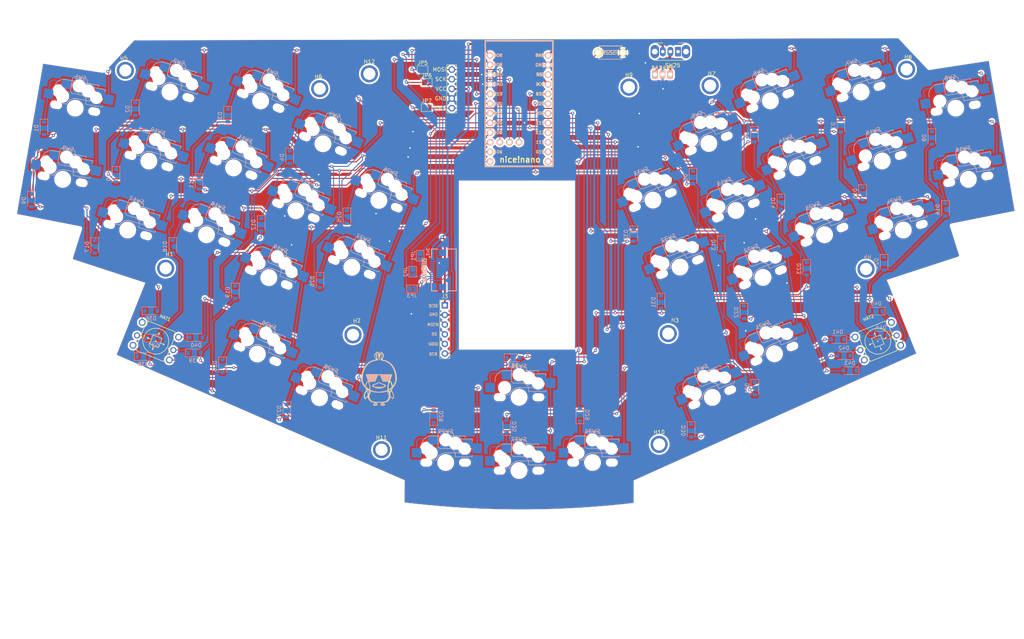
<source format=kicad_pcb>
(kicad_pcb (version 20221018) (generator pcbnew)
  (layers (0 "F.Cu" signal) (31 "B.Cu" signal) (34 "B.Paste" user) (35 "F.Paste" user) (36 "B.SilkS" user "B.Silkscreen") (37 "F.SilkS" user "F.Silkscreen") (38 "B.Mask" user) (39 "F.Mask" user) (44 "Edge.Cuts" user))
  (net 0 "")
  (net 1 "GND")
  (net 2 "col0")
  (net 3 "col1")
  (net 4 "col2")
  (net 5 "col3")
  (net 6 "row_1")
  (net 7 "row_0")
  (net 8 "col4")
  (net 9 "row_3")
  (net 10 "row_2")
  (net 11 "MOSI")
  (net 12 "MISO")
  (net 13 "SCLK")
  (net 14 "+3V3")
  (net 15 "SPI_CS")
  (net 16 "BT+")
  (net 17 "BATT_OR_5V")
  (net 18 "NVMOSI")
  (net 19 "NVSCK")
  (net 20 "row_4")
  (net 21 "RESET")
  (net 22 "NVCS")
  (net 30 "row_5")
  (net 31 "Net-(D1-K)")
  (net 32 "Net-(D2-K)")
  (net 33 "Net-(D3-K)")
  (net 34 "Net-(D4-K)")
  (net 35 "Net-(D5-K)")
  (net 36 "Net-(D6-K)")
  (net 37 "col5")
  (net 38 "Net-(D7-K)")
  (net 39 "col6")
  (net 40 "Net-(D8-K)")
  (net 41 "col7")
  (net 42 "Net-(D9-K)")
  (net 43 "Net-(D10-K)")
  (net 44 "Net-(D11-K)")
  (net 45 "Net-(D12-K)")
  (net 46 "Net-(D13-K)")
  (net 47 "Net-(D14-K)")
  (net 48 "Net-(D15-K)")
  (net 49 "Net-(D16-K)")
  (net 50 "Net-(D17-K)")
  (net 51 "Net-(D18-K)")
  (net 52 "Net-(D19-K)")
  (net 53 "Net-(D20-K)")
  (net 54 "Net-(D21-K)")
  (net 55 "Net-(D22-K)")
  (net 56 "Net-(D23-K)")
  (net 57 "Net-(D24-K)")
  (net 58 "Net-(D25-K)")
  (net 59 "Net-(D26-K)")
  (net 60 "Net-(D27-K)")
  (net 61 "Net-(D28-K)")
  (net 62 "Net-(D29-K)")
  (net 63 "Net-(D30-K)")
  (net 64 "Net-(D31-K)")
  (net 65 "Net-(D32-K)")
  (net 66 "Net-(D35-K)")
  (net 67 "Net-(D36-K)")
  (net 68 "Net-(D37-K)")
  (net 69 "Net-(D38-K)")
  (net 70 "Net-(D39-K)")
  (net 71 "Net-(D40-K)")
  (net 72 "Net-(D41-K)")
  (net 73 "Net-(D42-K)")
  (net 74 "Net-(D43-K)")
  (net 75 "Net-(D44-K)")
  (net 76 "Net-(D45-K)")
  (net 77 "Net-(D33-K)")
  (net 78 "P0.06")
  (net 79 "P0.08")
  (net 80 "P0.17")
  (footprint "Alaa:Kailh_hotswap_only_MX-CHOC" (layer "F.Cu") (at 31.014034 68.703991 -10)
    (fp_text reference "SW9")
    (fp_text value "SW_Push")
  )
  (footprint "Alaa:Kailh_hotswap_only_MX-CHOC" (layer "F.Cu") (at 218.160728 114.603833 22)
    (fp_text reference "SW21")
    (fp_text value "SW_Push")
  )
  (footprint "Alaa:MountingHole_M3" (layer "F.Cu") (at 114.848 139.84)
    (fp_text reference "H11")
    (fp_text value "MountingHole_Pad")
  )
  (footprint "Alaa:MountingHole_M3" (layer "F.Cu") (at 252.898 39.74 -7)
    (fp_text reference "H8")
    (fp_text value "MountingHole_Pad")
  )
  (footprint "Alaa:5Way-non-reverse" (layer "F.Cu") (at 55.498 111.29 -22)
    (fp_text reference "HAT1")
    (fp_text value "5Way-Tactile_K1-1506DN-01")
  )
  (footprint "Keebio-Parts:nice_nano" (layer "F.Cu") (at 151.023 50.04 -90)
    (fp_text reference "U1" hide)
    (fp_text value "nice_nano" hide)
  )
  (footprint "Alaa:Kailh_hotswap_only_MX-CHOC" (layer "F.Cu") (at 201.825522 126.0819 22)
    (fp_text reference "SW31")
    (fp_text value "SW_Push")
  )
  (footprint "LOGO" (layer "F.Cu") (at 114.169563 122.489566)
    (fp_text reference "G***" hide)
    (fp_text value "LOGO" hide)
  )
  (footprint "Alaa:Kailh_hotswap_only_MX-CHOC" (layer "F.Cu") (at 208.027861 76.889457 22)
    (fp_text reference "SW13")
    (fp_text value "SW_Push")
  )
  (footprint "Alaa:Kailh_hotswap_only_MX-CHOC" (layer "F.Cu") (at 83.060127 48.059109 -22)
    (fp_text reference "SW3")
    (fp_text value "SW_Push")
  )
  (footprint "Alaa:Kailh_hotswap_only_MX-CHOC" (layer "F.Cu") (at 99.453635 59.337859 -22)
    (fp_text reference "SW4")
    (fp_text value "SW_Push")
  )
  (footprint "Alaa:Kailh_hotswap_only_MX-CHOC" (layer "F.Cu") (at 170.322739 143.216617)
    (fp_text reference "SW30")
    (fp_text value "SW_Push")
  )
  (footprint "Alaa:MountingHole_M3" (layer "F.Cu") (at 190.255628 109.185509 -6)
    (fp_text reference "H3")
    (fp_text value "MountingHole_Pad")
  )
  (footprint "Alaa:MountingHole_M3" (layer "F.Cu") (at 98.598 44.84 6)
    (fp_text reference "H6")
    (fp_text value "MountingHole_Pad")
  )
  (footprint "Jumper:SolderJumper-2_P1.3mm_Open_TrianglePad1.0x1.5mm" (layer "F.Cu") (at 125.648 39.84)
    (fp_text reference "JP5")
    (fp_text value "Jumper_2_Open")
  )
  (footprint "Alaa:SW_CuK_OS102011MA1QN1_SPDT_Angled" (layer "F.Cu") (at 192.798 35.09 180)
    (fp_text reference "SW25")
    (fp_text value "SW_SPDT")
  )
  (footprint "Alaa:Kailh_hotswap_only_MX-CHOC" (layer "F.Cu") (at 98.538455 126.1468 -22)
    (fp_text reference "SW28")
    (fp_text value "SW_Push")
  )
  (footprint "Alaa:Kailh_hotswap_only_MX-CHOC" (layer "F.Cu") (at 217.086794 48.054615 22)
    (fp_text reference "SW6")
    (fp_text value "SW_Push")
  )
  (footprint "Alaa:Kailh_hotswap_only_MX-CHOC" (layer "F.Cu") (at 75.942605 65.675599 -22)
    (fp_text reference "SW11")
    (fp_text value "SW_Push")
  )
  (footprint "Alaa:MountingHole_M3" (layer "F.Cu") (at 111.648 40.94)
    (fp_text reference "H12")
    (fp_text value "MountingHole_Pad")
  )
  (footprint "Alaa:Kailh_hotswap_only_MX-CHOC" (layer "F.Cu") (at 85.218584 94.570848 -22)
    (fp_text reference "SW19")
    (fp_text value "SW_Push")
  )
  (footprint "Alaa:Kailh_hotswap_only_MX-CHOC" (layer "F.Cu") (at 269.132843 68.700844 10)
    (fp_text reference "SW16")
    (fp_text value "SW_Push")
  )
  (footprint "Alaa:MountingHole_M3" (layer "F.Cu") (at 107.354603 109.610727 6)
    (fp_text reference "H2")
    (fp_text value "MountingHole_Pad")
  )
  (footprint "Alaa:Kailh_hotswap_only_MX-CHOC" (layer "F.Cu") (at 231.321844 83.287601 22)
    (fp_text reference "SW23")
    (fp_text value "SW_Push")
  )
  (footprint "Alaa:Kailh_hotswap_only_MX-CHOC" (layer "F.Cu") (at 48.108439 82.046216 -17)
    (fp_text reference "SW17")
    (fp_text value "SW_Push")
  )
  (footprint "Alaa:Kailh_hotswap_only_MX-CHOC" (layer "F.Cu") (at 131.717153 143.216617)
    (fp_text reference "SW29")
    (fp_text value "SW_Push")
  )
  (footprint "Alaa:Kailh_hotswap_only_MX-CHOC" (layer "F.Cu") (at 59.218564 45.706636 -17)
    (fp_text reference "SW2")
    (fp_text value "SW_Push")
  )
  (footprint "Alaa:Kailh_hotswap_only_MX-CHOC" (layer "F.Cu") (at 82.203244 114.668726 -22)
    (fp_text reference "SW20")
    (fp_text value "SW_Push")
  )
  (footprint "Alaa:Kailh_hotswap_only_MX-CHOC" (layer "F.Cu") (at 193.322321 91.782147 22)
    (fp_text reference "SW32")
    (fp_text value "SW_Push")
  )
  (footprint "Alaa:Kailh_hotswap_only_MX-CHOC" (layer "F.Cu") (at 34.304318 49.975563 -10)
    (fp_text reference "SW1")
    (fp_text value "SW_Push")
  )
  (footprint "Alaa:Kailh_hotswap_only_MX-CHOC" (layer "F.Cu") (at 68.825076 83.292094 -22)
    (fp_text reference "SW18")
    (fp_text value "SW_Push")
  )
  (footprint "Alaa:ResetSW" (layer "F.Cu") (at 175.048 35.34 180)
    (fp_text reference "SW34" hide)
    (fp_text value "SW_Push")
  )
  (footprint "Alaa:Kailh_hotswap_only_MX-CHOC" (layer "F.Cu") (at 240.9285 45.702543 17)
    (fp_text reference "SW7")
    (fp_text value "SW_Push")
  )
  (footprint "Alaa:Kailh_hotswap_only_MX-CHOC" (layer "F.Cu") (at 246.481391 63.868709 17)
    (fp_text reference "SW15")
    (fp_text value "SW_Push")
  )
  (footprint "Jumper:SolderJumper-2_P1.3mm_Open_TrianglePad1.0x1.5mm" (layer "F.Cu") (at 126.748 43.19)
    (fp_text reference "JP6")
    (fp_text value "Jumper_2_Open")
  )
  (footprint "Alaa:5Way-non-reverse" (layer "F.Cu") (at 245.348 111.29 22)
    (fp_text reference "HAT2")
    (fp_text value "5Way-Tactile_K1-1506DN-01")
  )
  (footprint "Alaa:Kailh_hotswap_only_MX-CHOC" (layer "F.Cu") (at 92.336108 76.954354 -22)
    (fp_text reference "SW12")
    (fp_text value "SW_Push")
  )
  (footprint "Alaa:Kailh_hotswap_only_MX-CHOC" (layer "F.Cu") (at 114.159178 74.230553 -22)
    (fp_text reference "SW26")
    (fp_text value "SW_Push")
  )
  (footprint "Alaa:MountingHole_M3" (layer "F.Cu") (at 187.848 138.44)
    (fp_text reference "H10")
    (fp_text value "MountingHole_Pad")
  )
  (footprint "Alaa:MountingHole_M3" (layer "F.Cu") (at 179.898 44.44)
    (fp_text reference "H9")
    (fp_text value "MountingHole_Pad")
  )
  (footprint "Alaa:3JST_BAT" (layer "F.Cu") (at 188.748 41.09 180)
    (fp_text reference "J2" hide)
    (fp_text value "Conn_01x03_Pin" hide)
  )
  (footprint "Alaa:Kailh_hotswap_only_MX-CHOC" (layer "F.Cu") (at 186.204797 74.165651 22)
    (fp_text reference "SW33")
    (fp_text value "SW_Push")
  )
  (footprint "Alaa:Kailh_hotswap_only_MX-CHOC" (layer "F.Cu") (at 265.831283 49.966062 10)
    (fp_text reference "SW8")
    (fp_text value "SW_Push")
  )
  (footprint "Alaa:MountingHole_M3" (layer "F.Cu") (at 58.098 92.09 6)
    (fp_text reference "H1")
    (fp_text value "MountingHole_Pad")
  )
  (footprint "Alaa:Kailh_hotswap_only_MX-CHOC" (layer "F.Cu") (at 200.910342 59.272963 22)
    (fp_text reference "SW5")
    (fp_text value "SW_Push")
  )
  (footprint "Alaa:Kailh_hotswap_only_MX-CHOC" (layer "F.Cu") (at 150.997151 145.333308)
    (fp_text reference "SW37")
    (fp_text value "SW_Push")
  )
  (footprint "Alaa:MountingHole_M3" (layer "F.Cu") (at 201.248 44.04 -7)
    (fp_text reference "H7")
    (fp_text value "MountingHole_Pad")
  )
  (footprint "Alaa:nice_view" (layer "F.Cu") (at 149.803 44.89325 -90)
    (fp_text reference "Display1")
    (fp_text value "nice!view" hide)
  )
  (footprint "Connector_PinHeader_2.54mm:PinHeader_1x06_P2.54mm_Vertical" (layer "F.Cu") (at 131.498 101.84)
    (fp_text reference "J3")
    (fp_text value "Conn_01x06")
  )
  (footprint "Alaa:Kailh_hotswap_only_MX-CHOC" (layer "F.Cu") (at 224.204322 65.67111 22)
    (fp_text reference "SW14")
    (fp_text value "SW_Push")
  )
  (footprint "Alaa:Kailh_hotswap_only_MX-CHOC" (layer "F.Cu") (at 252.038621 82.042125 17)
    (fp_text reference "SW24")
    (fp_text value "SW_Push")
  )
  (footprint "Alaa:Kailh_hotswap_only_MX-CHOC" (layer "F.Cu") (at 53.672746 63.892451 -17)
    (fp_text reference "SW10")
    (fp_text value "SW_Push")
  )
  (footprint "Alaa:MountingHole_M3" (layer "F.Cu") (at 47.498 40.04 7)
    (fp_text reference "H5")
    (fp_text value "MountingHole_Pad")
  )
  (footprint "Alaa:Kailh_hotswap_only_MX-CHOC" (layer "F.Cu") (at 215.145389 94.505953 22)
    (fp_text reference "SW22")
    (fp_text value "SW_Push")
  )
  (footprint "Jumper:SolderJumper-2_P1.3mm_Open_TrianglePad1.0x1.5mm" (layer "F.Cu") (at 126.723 49.84)
    (fp_text reference "JP7")
    (fp_text value "Jumper_2_Open")
  )
  (footprint "Alaa:Kailh_hotswap_only_MX-CHOC" (layer "F.Cu") (at 107.04165 91.847044 -22)
    (fp_text reference "SW27")
    (fp_text value "SW_Push")
  )
  (footprint "Alaa:MountingHole_M3" (layer "F.Cu") (at 242.248 92.29 -7)
    (fp_text reference "H4")
    (fp_text value "MountingHole_Pad")
  )
  (footprint "Alaa:Kailh_hotswap_only_MX-CHOC" (layer "F.Cu") (at 151.023 126.04)
    (fp_text reference "SW35")
    (fp_text value "SW_Push")
  )
  (footprint "Diode_SMD:D_SOD-123" (layer "B.Cu") (at 188.348 101.04 -90)
    (fp_text reference "D31")
    (fp_text value "1N4148")
  )
  (footprint "Diode_SMD:D_SOD-123" (layer "B.Cu") (at 219.848 74.94 -90)
    (fp_text reference "D14")
    (fp_text value "1N4148")
  )
  (footprint "Diode_SMD:D_SOD-123" (layer "B.Cu") (at 66.098 110.34)
    (fp_text reference "D40")
    (fp_text value "1N4148")
  )
  (footprint "Diode_SMD:D_SOD-123" (layer "B.Cu") (at 66.848 69.59 -90)
    (fp_text reference "D11")
    (fp_text value "1N4148")
  )
  (footprint "Diode_SMD:D_SOD-123" (layer "B.Cu") (at 204.148 85.94 -90)
    (fp_text reference "D13")
    (fp_text value "1N4148")
  )
  (footprint "Diode_SMD:D_SOD-123" (layer "B.Cu") (at 73.048 117.84 -90)
    (fp_text reference "D20")
    (fp_text value "1N4148")
  )
  (footprint "Diode_SMD:D_SOD-123" (layer "B.Cu") (at 83.198 80.64 -90)
    (fp_text reference "D12")
    (fp_text value "1N4148")
  )
  (footprint "Jumper:SolderJumper-2_P1.3mm_Open_TrianglePad1.0x1.5mm" (layer "B.Cu") (at 124.998 88.815 -90)
    (fp_text reference "JP1")
    (fp_text value "Jumper_2_Open")
  )
  (footprint "Diode_SMD:D_SOD-123" (layer "B.Cu") (at 241.348 72.49 -90)
    (fp_text reference "D15")
    (fp_text value "1N4148")
  )
  (footprint "LOGO" (layer "B.Cu") (at 114.169563 122.489566 180)
    (fp_text reference "G***" hide)
    (fp_text value "LOGO" hide)
  )
  (footprint "Diode_SMD:D_SOD-123" (layer "B.Cu") (at 226.648 92.19 -90)
    (fp_text reference "D23")
    (fp_text value "1N4148")
  )
  (footprint "Diode_SMD:D_SOD-123" (layer "B.Cu") (at 50.098 50.19 -90)
    (fp_text reference "D2")
    (fp_text value "1N4148")
  )
  (footprint "Diode_SMD:D_SOD-123" (layer "B.Cu") (at 147.748 133.74 90)
    (fp_text reference "D35")
    (fp_text value "1N4148")
  )
  (footprint "Diode_SMD:D_SOD-123" (layer "B.Cu") (at 98.648 95.54 -90)
    (fp_text reference "D26")
    (fp_text value "1N4148")
  )
  (footprint "Jumper:SolderJumper-2_P1.3mm_Open_TrianglePad1.0x1.5mm" (layer "B.Cu") (at 123.048 93.015 -90)
    (fp_text reference "JP2")
    (fp_text value "Jumper_2_Open")
  )
  (footprint "Diode_SMD:D_SOD-123" (layer "B.Cu") (at 149.448 115.64)
    (fp_text reference "D33")
    (fp_text value "1N4148")
  )
  (footprint "Diode_SMD:D_SOD-123" (layer "B.Cu") (at 236.448 115.09 180)
    (fp_text reference "D42")
    (fp_text value "1N4148")
  )
  (footprint "Diode_SMD:D_SOD-123" (layer "B.Cu") (at 235.648 54.59 -90)
    (fp_text reference "D7")
    (fp_text value "1N4148")
  )
  (footprint "Diode_SMD:D_SOD-123" (layer "B.Cu") (at 45.048 67.74 -90)
    (fp_text reference "D10")
    (fp_text value "1N4148")
  )
  (footprint "Diode_SMD:D_SOD-123" (layer "B.Cu") (at 26.098 55.24 -90)
    (fp_text reference "D1")
    (fp_text value "1N4148")
  )
  (footprint "Diode_SMD:D_SOD-123" (layer "B.Cu") (at 166.998 130.64 90)
    (fp_text reference "D29")
    (fp_text value "1N4148")
  )
  (footprint "Diode_SMD:D_SOD-123" (layer "B.Cu") (at 196.748 68.19 -90)
    (fp_text reference "D5")
    (fp_text value "1N4148")
  )
  (footprint "Diode_SMD:D_SOD-123" (layer "B.Cu") (at 244.848 103.39 180)
    (fp_text reference "D45")
    (fp_text value "1N4148")
  )
  (footprint "Diode_SMD:D_SOD-123" (layer "B.Cu") (at 210.148 103.69 -90)
    (fp_text reference "D22")
    (fp_text value "1N4148")
  )
  (footprint "Diode_SMD:D_SOD-123" (layer "B.Cu") (at 54.948 110.49)
    (fp_text reference "D37")
    (fp_text value "1N4148")
  )
  (footprint "Diode_SMD:D_SOD-123" (layer "B.Cu") (at 89.948 129.59 -90)
    (fp_text reference "D27")
    (fp_text value "1N4148")
  )
  (footprint "Diode_SMD:D_SOD-123" (layer "B.Cu") (at 52.248 115.34)
    (fp_text reference "D38")
    (fp_text value "1N4148")
  )
  (footprint "Diode_SMD:D_SOD-123" (layer "B.Cu") (at 212.898 57.14 -90)
    (fp_text reference "D6")
    (fp_text value "1N4148")
  )
  (footprint "Diode_SMD:D_SOD-123" (layer "B.Cu") (at 196.248 134.84 -90)
    (fp_text reference "D30")
    (fp_text value "1N4148")
  )
  (footprint "Diode_SMD:D_SOD-123" (layer "B.Cu") (at 212.998 123.74 -90)
    (fp_text reference "D21")
    (fp_text value "1N4148")
  )
  (footprint "Jumper:SolderJumper-2_P1.3mm_Open_TrianglePad1.0x1.5mm" (layer "B.Cu") (at 122.848 97.515)
    (fp_text reference "JP3")
    (fp_text value "Jumper_2_Open")
  )
  (footprint "Diode_SMD:D_SOD-123" (layer "B.Cu") (at 54.248 103.29)
    (fp_text reference "D36")
    (fp_text value "1N4148")
  )
  (footprint "Diode_SMD:D_SOD-123" (layer "B.Cu") (at 59.948 86.39 -90)
    (fp_text reference "D18")
    (fp_text value "1N4148")
  )
  (footprint "Diode_SMD:D_SOD-123" (layer "B.Cu") (at 259.548 57.79 -90)
    (fp_text reference "D8")
    (fp_text value "1N4148")
  )
  (footprint "vik:vik-keyboard-connector-horizontal" (layer "B.Cu") (at 130.198 92.54 -90)
    (fp_text reference "J1" hide)
    (fp_text value "~")
  )
  (footprint "Diode_SMD:D_SOD-123" (layer "B.Cu") (at 263.098 76.69 -90)
    (fp_text reference "D16")
    (fp_text value "1N4148")
  )
  (footprint "Diode_SMD:D_SOD-123" (layer "B.Cu") (at 237.998 119.04 180)
    (fp_text reference "D43")
    (fp_text value "1N4148")
  )
  (footprint "Diode_SMD:D_SOD-123" (layer "B.Cu") (at 181.148 83.34 -90)
    (fp_text reference "D32")
    (fp_text value "1N4148")
  )
  (footprint "Diode_SMD:D_SOD-123" (layer "B.Cu") (at 76.398 98.39 -90)
    (fp_text reference "D19")
    (fp_text value "1N4148")
  )
  (footprint "Diode_SMD:D_SOD-123" (layer "B.Cu") (at 65.648 114.39)
    (fp_text reference "D39")
    (fp_text value "1N4148")
  )
  (footprint "Diode_SMD:D_SOD-123" (layer "B.Cu") (at 234.798 110.84 180)
    (fp_text reference "D41")
    (fp_text value "1N4148")
  )
  (footprint "Diode_SMD:D_SOD-123" (layer "B.Cu") (at 105.748 78.59 -90)
    (fp_text reference "D25")
    (fp_text value "1N4148")
  )
  (footprint "Diode_SMD:D_SOD-123" (layer "B.Cu") (at 90.698 62.89 -90)
    (fp_text reference "D4")
    (fp_text value "1N4148")
  )
  (footprint "Diode_SMD:D_SOD-123" (layer "B.Cu") (at 74.398 51.89 -90)
    (fp_text reference "D3")
    (fp_text value "1N4148")
  )
  (footprint "Diode_SMD:D_SOD-123" (layer "B.Cu") (at 22.798 74.24 -90)
    (fp_text reference "D9")
    (fp_text value "1N4148")
  )
  (footprint "Diode_SMD:D_SOD-123" (layer "B.Cu") (at 246.148 109.69 180)
    (fp_text reference "D44")
    (fp_text value "1N4148")
  )
  (footprint "Diode_SMD:D_SOD-123" (layer "B.Cu") (at 128.548 131.04 90)
    (fp_text reference "D28")
    (fp_text value "1N4148")
  )
  (footprint "Diode_SMD:D_SOD-123" (layer "B.Cu") (at 246.998 90.84 -90)
    (fp_text reference "D24")
    (fp_text value "1N4148")
  )
  (footprint "Diode_SMD:D_SOD-123" (layer "B.Cu") (at 39.448 86.44 -90)
    (fp_text reference "D17")
    (fp_text value "1N4148")
  )
  (gr_arc (start 35.66861 81.096953) (mid 36.006405 81.342186) (end 36.072498 81.754362) (stroke (width 0.05)) (layer "Edge.Cuts"))
  (gr_line (start 181.198 147.94) (end 181.186887 153.871771) (stroke (width 0.05)) (layer "Edge.Cuts"))
  (gr_arc (start 42.021195 40.373084) (mid 41.726031 40.579575) (end 41.366931 40.608012) (stroke (width 0.05)) (layer "Edge.Cuts"))
  (gr_arc (start 259.025338 39.862009) (mid 258.666249 39.833561) (end 258.371081 39.62708) (stroke (width 0.05)) (layer "Edge.Cuts"))
  (gr_line (start 18.948 77.84) (end 25.851112 38.235921) (stroke (width 0.05)) (layer "Edge.Cuts"))
  (gr_arc (start 181.186887 153.871771) (mid 151.031642 155.589883) (end 120.883074 153.758333) (stroke (width 0.05)) (layer "Edge.Cuts"))
  (gr_line (start 255.498 114.54) (end 247.748 95.19) (stroke (width 0.05)) (layer "Edge.Cuts"))
  (gr_line (start 36.072498 81.754362) (end 33.678087 89.357981) (stroke (width 0.05)) (layer "Edge.Cuts"))
  (gr_arc (start 33.890068 89.808005) (mid 33.689048 89.627773) (end 33.678087 89.357981) (stroke (width 0.05)) (layer "Edge.Cuts"))
  (gr_line (start 165.698 69.07) (end 165.698 113.44) (stroke (width 0.05)) (layer "Edge.Cuts"))
  (gr_line (start 135.218 69.07) (end 165.698 69.07) (stroke (width 0.05)) (layer "Edge.Cuts"))
  (gr_line (start 135.218 113.44) (end 135.218 69.07) (stroke (width 0.05)) (layer "Edge.Cuts"))
  (gr_line (start 52.698 95.94) (end 45.148 114.89) (stroke (width 0.05)) (layer "Edge.Cuts"))
  (gr_line (start 165.698 113.44) (end 135.218 113.44) (stroke (width 0.05)) (layer "Edge.Cuts"))
  (gr_line (start 33.890068 89.808005) (end 52.698 95.94) (stroke (width 0.05)) (layer "Edge.Cuts"))
  (gr_line (start 41.366931 40.608012) (end 25.851112 38.235921) (stroke (width 0.05)) (layer "Edge.Cuts"))
  (gr_line (start 258.371081 39.62708) (end 250.717536 31.535278) (stroke (width 0.05)) (layer "Edge.Cuts"))
  (gr_line (start 247.748 95.19) (end 266.502205 89.062004) (stroke (width 0.05)) (layer "Edge.Cuts"))
  (gr_line (start 49.848 32.09) (end 42.021195 40.373084) (stroke (width 0.05)) (layer "Edge.Cuts"))
  (gr_line (start 45.148 114.89) (end 120.898 147.89) (stroke (width 0.05)) (layer "Edge.Cuts"))
  (gr_line (start 18.948 77.84) (end 35.66861 81.096953) (stroke (width 0.05)) (layer "Edge.Cuts"))
  (gr_arc (start 264.319778 81.00836) (mid 264.385835 80.596192) (end 264.723662 80.35095) (stroke (width 0.05)) (layer "Edge.Cuts"))
  (gr_line (start 264.723662 80.35095) (end 281.348 77.04) (stroke (width 0.05)) (layer "Edge.Cuts"))
  (gr_line (start 274.54116 37.489926) (end 259.025338 39.862009) (stroke (width 0.05)) (layer "Edge.Cuts"))
  (gr_arc (start 266.714188 88.611977) (mid 266.703296 88.881801) (end 266.502205 89.062004) (stroke (width 0.05)) (layer "Edge.Cuts"))
  (gr_line (start 120.898 147.89) (end 120.883074 153.758333) (stroke (width 0.05)) (layer "Edge.Cuts"))
  (gr_line (start 266.714188 88.611977) (end 264.319778 81.00836) (stroke (width 0.05)) (layer "Edge.Cuts"))
  (gr_line (start 181.198 147.94) (end 255.498 114.54) (stroke (width 0.05)) (layer "Edge.Cuts"))
  (gr_line (start 250.717536 31.535278) (end 49.848 32.09) (stroke (width 0.05)) (layer "Edge.Cuts"))
  (gr_line (start 281.348 77.04) (end 274.54116 37.489926) (stroke (width 0.05)) (layer "Edge.Cuts"))
  (gr_text "3.3V" (at 128.448 101.99) (layer "B.SilkS") (effects (font (size 0.75 0.75) (thickness 0.1)) (justify mirror)))
  (gr_text "SCK" (at 128.448 114.69) (layer "B.SilkS") (effects (font (size 0.75 0.75) (thickness 0.1)) (justify mirror)))
  (gr_text "GND" (at 128.548 104.24) (layer "B.SilkS") (effects (font (size 0.75 0.75) (thickness 0.1)) (justify mirror)))
  (gr_text "SS" (at 128.698 109.44) (layer "B.SilkS") (effects (font (size 0.75 0.75) (thickness 0.1)) (justify mirror)))
  (gr_text "SDIO" (at 128.498 112.04) (layer "B.SilkS") (effects (font (size 0.75 0.75) (thickness 0.1)) (justify mirror)))
  (gr_text "MOTN" (at 128.398 106.94) (layer "B.SilkS") (effects (font (size 0.75 0.75) (thickness 0.1)) (justify mirror)))
  (gr_text "3.3V" (at 128.448 101.99) (layer "F.SilkS") (effects (font (size 0.75 0.75) (thickness 0.1))))
  (gr_text "GND" (at 128.548 104.24) (layer "F.SilkS") (effects (font (size 0.75 0.75) (thickness 0.1))))
  (gr_text "SCK" (at 128.448 114.69) (layer "F.SilkS") (effects (font (size 0.75 0.75) (thickness 0.1))))
  (gr_text "MOTN" (at 128.398 106.94) (layer "F.SilkS") (effects (font (size 0.75 0.75) (thickness 0.1))))
  (gr_text "SS" (at 128.698 109.44) (layer "F.SilkS") (effects (font (size 0.75 0.75) (thickness 0.1))))
  (gr_text "SDIO" (at 128.498 112.04) (layer "F.SilkS") (effects (font (size 0.75 0.75) (thickness 0.1))))
  (segment (start 143.403 43.69) (end 141.498 43.69) (width 0.25) (layer "F.Cu") (net 1))
  (segment (start 188.748 41.09) (end 188.748 44.79) (width 0.25) (layer "F.Cu") (net 1))
  (segment (start 188.748 44.79) (end 188.848 44.89) (width 0.25) (layer "F.Cu") (net 1))
  (segment (start 141.498 43.69) (end 141.448 43.64) (width 0.25) (layer "F.Cu") (net 1))
  (via (at 121.848 62.84) (size 0.8) (drill 0.4) (layers "F.Cu" "B.Cu") (net 1))
  (via (at 91.198 85.94) (size 0.8) (drill 0.4) (layers "F.Cu" "B.Cu") (net 1))
  (via (at 210.198 85.39) (size 0.8) (drill 0.4) (layers "F.Cu" "B.Cu") (net 1))
  (via (at 210.598 108.54) (size 0.8) (drill 0.4) (layers "F.Cu" "B.Cu") (net 1))
  (via (at 203.448 91.34) (size 0.8) (drill 0.4) (layers "F.Cu" "B.Cu") (net 1))
  (via (at 221.448 95.99) (size 0.8) (drill 0.4) (layers "F.Cu" "B.Cu") (net 1))
  (via (at 122.698 104.09) (size 0.8) (drill 0.4) (layers "F.Cu" "B.Cu") (net 1))
  (via (at 152.448 53.84) (size 0.8) (drill 0.4) (layers "F.Cu" "B.Cu") (net 1))
  (via (at 184.248 38.04) (size 0.8) (drill 0.4) (layers "F.Cu" "B.Cu") (net 1))
  (via (at 116.948 84.99) (size 0.8) (drill 0.4) (layers "F.Cu" "B.Cu") (net 1))
  (via (at 213.198 79.14) (size 0.8) (drill 0.4) (layers "F.Cu" "B.Cu") (net 1))
  (via (at 113.398 77.74) (size 0.8) (drill 0.4) (layers "F.Cu" "B.Cu") (net 1))
  (via (at 141.448 43.64) (size 0.8) (drill 0.4) (layers "F.Cu" "B.Cu") (net 1))
  (via (at 182.648 51.39) (size 0.8) (drill 0.4) (layers "F.Cu" "B.Cu") (net 1))
  (via (at 98.298 67.44) (size 0.8) (drill 0.4) (layers "F.Cu" "B.Cu") (net 1))
  (via (at 123.098 56.14) (size 0.8) (drill 0.4) (layers "F.Cu" "B.Cu") (net 1))
  (via (at 141.198 41.14) (size 0.8) (drill 0.4) (layers "F.Cu" "B.Cu") (net 1))
  (via (at 182.298 60.14) (size 0.8) (drill 0.4) (layers "F.Cu" "B.Cu") (net 1))
  (via (at 129.998 90.69) (size 0.8) (drill 0.4) (layers "F.Cu" "B.Cu") (net 1))
  (via (at 89.398 78.34) (size 0.8) (drill 0.4) (layers "F.Cu" "B.Cu") (net 1))
  (via (at 188.848 44.89) (size 0.8) (drill 0.4) (layers "F.Cu" "B.Cu") (net 1))
  (via (at 122.348 60.44) (size 0.8) (drill 0.4) (layers "F.Cu" "B.Cu") (net 1))
  (segment (start 143.403 43.69) (end 143.403 41.15) (width 0.25) (layer "B.Cu") (net 1))
  (segment (start 187.248 38.04) (end 186.848 38.04) (width 0.25) (layer "B.Cu") (net 1))
  (segment (start 129.998 90.69) (end 129.598 90.29) (width 0.25) (layer "B.Cu") (net 1))
  (segment (start 143.403 41.15) (end 141.208 41.15) (width 0.25) (layer "B.Cu") (net 1))
  (segment (start 129.598 90.29) (end 128.16 90.29) (width 0.25) (layer "B.Cu") (net 1))
  (segment (start 188.748 39.54) (end 187.248 38.04) (width 0.25) (layer "B.Cu") (net 1))
  (segment (start 188.748 41.09) (end 188.748 39.54) (width 0.25) (layer "B.Cu") (net 1))
  (segment (start 122.988 104.38) (end 122.698 104.09) (width 0.25) (layer "B.Cu") (net 1))
  (segment (start 186.848 38.04) (end 184.248 38.04) (width 0.25) (layer "B.Cu") (net 1))
  (segment (start 131.498 104.38) (end 122.988 104.38) (width 0.25) (layer "B.Cu") (net 1))
  (segment (start 141.208 41.15) (end 141.198 41.14) (width 0.25) (layer "B.Cu") (net 1))
  (segment (start 37.398 78.19) (end 56.248 97.04) (width 0.25) (layer "F.Cu") (net 2))
  (segment (start 28.598 57.14) (end 24.448 61.29) (width 0.25) (layer "F.Cu") (net 2))
  (segment (start 32.098 53.64) (end 28.598 57.14) (width 0.25) (layer "F.Cu") (net 2))
  (segment (start 23.298 74.04) (end 25.148 75.89) (width 0.25) (layer "F.Cu") (net 2))
  (segment (start 111.010701 62.477299) (end 114.798 58.69) (width 0.25) (layer "F.Cu") (net 2))
  (segment (start 24.448 62.49) (end 23.298 63.64) (width 0.25) (layer "F.Cu") (net 2))
  (segment (start 108.222598 64.09) (end 99.251096 64.09) (width 0.25) (layer "F.Cu") (net 2))
  (segment (start 114.798 58.69) (end 141.103 58.69) (width 0.25) (layer "F.Cu") (net 2))
  (segment (start 88.801096 53.64) (end 32.098 53.64) (width 0.25) (layer "F.Cu") (net 2))
  (segment (start 99.251096 64.09) (end 88.801096 53.64) (width 0.25) (layer "F.Cu") (net 2))
  (segment (start 141.103 58.69) (end 143.403 56.39) (width 0.25) (layer "F.Cu") (net 2))
  (segment (start 25.148 75.94) (end 37.048 75.94) (width 0.25) (layer "F.Cu") (net 2))
  (segment (start 109.835299 62.477299) (end 108.222598 64.09) (width 0.25) (layer "F.Cu") (net 2))
  (segment (start 24.448 61.29) (end 24.448 62.49) (width 0.25) (layer "F.Cu") (net 2))
  (segment (start 37.048 75.94) (end 37.398 76.29) (width 0.25) (layer "F.Cu") (net 2))
  (segment (start 37.398 76.29) (end 37.398 78.19) (width 0.25) (layer "F.Cu") (net 2))
  (segment (start 23.298 63.64) (end 23.298 74.04) (width 0.25) (layer "F.Cu") (net 2))
  (segment (start 109.835299 62.477299) (end 111.010701 62.477299) (width 0.25) (layer "F.Cu") (net 2))
  (via (at 56.248 97.04) (size 0.8) (drill 0.4) (layers "F.Cu" "B.Cu") (net 2))
  (via (at 28.598 57.14) (size 0.8) (drill 0.4) (layers "F.Cu" "B.Cu") (net 2))
  (via (at 109.835299 62.477299) (size 0.8) (drill 0.4) (layers "F.Cu" "B.Cu") (net 2))
  (via (at 37.398 76.29) (size 0.8) (drill 0.4) (layers "F.Cu" "B.Cu") (net 2))
  (via (at 25.148 75.94) (size 0.8) (drill 0.4) (layers "F.Cu" "B.Cu") (net 2))
  (segment (start 26.098 56.89) (end 28.348 56.89) (width 0.25) (layer "B.Cu") (net 2))
  (segment (start 56.248 102.94) (end 55.898 103.29) (width 0.25) (layer "B.Cu") (net 2))
  (segment (start 104.441198 69.046802) (end 104.441198 78.933198) (width 0.25) (layer "B.Cu") (net 2))
  (segment (start 109.835299 63.652701) (end 104.441198 69.046802) (width 0.25) (layer "B.Cu") (net 2))
  (segment (start 104.441198 78.933198) (end 105.748 80.24) (width 0.25) (layer "B.Cu") (net 2))
  (segment (start 22.798 75.89) (end 25.098 75.89) (width 0.25) (layer "B.Cu") (net 2))
  (segment (start 56.248 97.04) (end 56.248 102.94) (width 0.25) (layer "B.Cu") (net 2))
  (segment (start 39.448 88.09) (end 37.398 86.04) (width 0.25) (layer "B.Cu") (net 2))
  (segment (start 25.098 75.89) (end 25.148 75.94) (width 0.25) (layer "B.Cu") (net 2))
  (segment (start 28.348 56.89) (end 28.598 57.14) (width 0.25) (layer "B.Cu") (net 2))
  (segment (start 109.835299 62.477299) (end 109.835299 63.652701) (width 0.25) (layer "B.Cu") (net 2))
  (segment (start 37.398 86.04) (end 37.398 76.29) (width 0.25) (layer "B.Cu") (net 2))
  (segment (start 114.998 59.39) (end 142.943 59.39) (width 0.25) (layer "F.Cu") (net 3))
  (segment (start 43.048 67.29) (end 44.357829 68.599829) (width 0.25) (layer "F.Cu") (net 3))
  (segment (start 87.473 66.315) (end 108.073 66.315) (width 0.25) (layer "F.Cu") (net 3))
  (segment (start 82.548 71.24) (end 87.473 66.315) (width 0.25) (layer "F.Cu") (net 3))
  (segment (start 142.943 59.39) (end 143.403 58.93) (width 0.25) (layer "F.Cu") (net 3))
  (segment (start 44.357829 68.599829) (end 79.907829 68.599829) (width 0.25) (layer "F.Cu") (net 3))
  (segment (start 108.073 66.315) (end 114.998 59.39) (width 0.25) (layer "F.Cu") (net 3))
  (segment (start 79.907829 68.599829) (end 82.548 71.24) (width 0.25) (layer "F.Cu") (net 3))
  (via (at 43.048 67.29) (size 0.8) (drill 0.4) (layers "F.Cu" "B.Cu") (net 3))
  (via (at 62.148 68.59) (size 0.8) (drill 0.4) (layers "F.Cu" "B.Cu") (net 3))
  (via (at 103.748 66.39) (size 0.8) (drill 0.4) (layers "F.Cu" "B.Cu") (net 3))
  (segment (start 59.023 81.920716) (end 60.098 80.845716) (width 0.25) (layer "B.Cu") (net 3))
  (segment (start 43.048 67.29) (end 43.048 67.39) (width 0.25) (layer "B.Cu") (net 3))
  (segment (start 43.048 67.29) (end 43.048 58.89) (width 0.25) (layer "B.Cu") (net 3))
  (segment (start 62.098 103.39) (end 56.598 108.89) (width 0.25) (layer "B.Cu") (net 3))
  (segment (start 97.148 85.94) (end 103.748 79.34) (width 0.25) (layer "B.Cu") (net 3))
  (segment (start 98.648 97.19) (end 97.148 95.69) (width 0.25) (layer "B.Cu") (net 3))
  (segment (start 60.098 76.49) (end 62.148 74.44) (width 0.25) (layer "B.Cu") (net 3))
  (segment (start 59.948 88.04) (end 59.023 87.115) (width 0.25) (layer "B.Cu") (net 3))
  (segment (start 43.048 67.39) (end 45.048 69.39) (width 0.25) (layer "B.Cu") (net 3))
  (segment (start 59.948 88.04) (end 62.098 90.19) (width 0.25) (layer "B.Cu") (net 3))
  (segment (start 62.148 74.44) (end 62.148 68.59) (width 0.25) (layer "B.Cu") (net 3))
  (segment (start 97.148 95.69) (end 97.148 85.94) (width 0.25) (layer "B.Cu") (net 3))
  (segment (start 103.748 79.34) (end 103.748 66.39) (width 0.25) (layer "B.Cu") (net 3))
  (segment (start 59.023 87.115) (end 59.023 81.920716) (width 0.25) (layer "B.Cu") (net 3))
  (segment (start 43.048 58.89) (end 50.098 51.84) (width 0.25) (layer "B.Cu") (net 3))
  (segment (start 62.098 90.19) (end 62.098 103.39) (width 0.25) (layer "B.Cu") (net 3))
  (segment (start 60.098 80.845716) (end 60.098 76.49) (width 0.25) (layer "B.Cu") (net 3))
  (segment (start 56.598 108.89) (end 56.598 110.49) (width 0.25) (layer "B.Cu") (net 3))
  (segment (start 70.348 124.34) (end 88.048 131.94) (width 0.25) (layer "F.Cu") (net 4))
  (segment (start 113.618 61.47) (end 106.648 68.44) (width 0.25) (layer "F.Cu") (net 4))
  (segment (start 82.748 71.69) (end 68.698 71.69) (width 0.25) (layer "F.Cu") (net 4))
  (segment (start 143.403 61.47) (end 113.618 61.47) (width 0.25) (layer "F.Cu") (net 4))
  (segment (start 54.115571 117.457571) (end 53.998 117.34) (width 0.25) (layer "F.Cu") (net 4))
  (segment (start 70.348 124.34) (end 54.115571 117.457571) (width 0.25) (layer "F.Cu") (net 4))
  (segment (start 106.648 68.44) (end 85.998 68.44) (width 0.25) (layer "F.Cu") (net 4))
  (segment (start 68.698 71.69) (end 68.498 71.49) (width 0.25) (layer "F.Cu") (net 4))
  (segment (start 85.998 68.44) (end 82.748 71.69) (width 0.25) (layer "F.Cu") (net 4))
  (via (at 80.748 71.74) (size 0.8) (drill 0.4) (layers "F.Cu" "B.Cu") (net 4))
  (via (at 68.498 71.49) (size 0.8) (drill 0.4) (layers "F.Cu" "B.Cu") (net 4))
  (via (at 70.348 124.34) (size 0.8) (drill 0.4) (layers "F.Cu" "B.Cu") (net 4))
  (via (at 53.998 117.34) (size 0.8) (drill 0.4) (layers "F.Cu" "B.Cu") (net 4))
  (via (at 88.048 131.94) (size 0.8) (drill 0.4) (layers "F.Cu" "B.Cu") (net 4))
  (segment (start 89.948 131.24) (end 88.748 131.24) (width 0.25) (layer "B.Cu") (net 4))
  (segment (start 80.748 83.89) (end 80.748 71.74) (width 0.25) (layer "B.Cu") (net 4))
  (segment (start 88.748 131.24) (end 88.048 131.94) (width 0.25) (layer "B.Cu") (net 4))
  (segment (start 76.398 100.04) (end 70.398 106.04) (width 0.25) (layer "B.Cu") (net 4))
  (segment (start 66.848 71.24) (end 65.098 69.49) (width 0.25) (layer "B.Cu") (net 4))
  (segment (start 53.898 115.34) (end 53.898 117.24) (width 0.25) (layer "B.Cu") (net 4))
  (segment (start 68.248 71.24) (end 68.498 71.49) (width 0.25) (layer "B.Cu") (net 4))
  (segment (start 70.398 106.04) (end 70.398 124.29) (width 0.25) (layer "B.Cu") (net 4))
  (segment (start 53.898 117.24) (end 53.998 117.34) (width 0.25) (layer "B.Cu") (net 4))
  (segment (start 76.398 100.04) (end 75.998 100.04) (width 0.25) (layer "B.Cu") (net 4))
  (segment (start 72.898 96.94) (end 72.898 91.74) (width 0.25) (layer "B.Cu") (net 4))
  (segment (start 65.098 60.54) (end 72.098 53.54) (width 0.25) (layer "B.Cu") (net 4))
  (segment (start 72.098 53.54) (end 74.398 53.54) (width 0.25) (layer "B.Cu") (net 4))
  (segment (start 72.898 91.74) (end 80.748 83.89) (width 0.25) (layer "B.Cu") (net 4))
  (segment (start 75.998 100.04) (end 72.898 96.94) (width 0.25) (layer "B.Cu") (net 4))
  (segment (start 65.098 69.49) (end 65.098 60.54) (width 0.25) (layer "B.Cu") (net 4))
  (segment (start 66.848 71.24) (end 68.248 71.24) (width 0.25) (layer "B.Cu") (net 4))
  (segment (start 70.398 124.29) (end 70.348 124.34) (width 0.25) (layer "B.Cu") (net 4))
  (segment (start 126.148 129.39) (end 175.298 129.39) (width 0.25) (layer "F.Cu") (net 5))
  (segment (start 207.298 116.69) (end 209.648 119.04) (width 0.25) (layer "F.Cu") (net 5))
  (segment (start 69.198 118.24) (end 67.248 116.29) (width 0.25) (layer "F.Cu") (net 5))
  (segment (start 209.648 119.04) (end 219.798 119.04) (width 0.25) (layer "F.Cu") (net 5))
  (segment (start 79.098 87.94) (end 82.948 84.09) (width 0.25) (layer "F.Cu") (net 5))
  (segment (start 187.998 116.69) (end 207.298 116.69) (width 0.25) (layer "F.Cu") (net 5))
  (segment (start 93.948 132.34) (end 122.998 132.34) (width 0.25) (layer "F.Cu") (net 5))
  (segment (start 71.698 87.94) (end 79.098 87.94) (width 0.25) (layer "F.Cu") (net 5))
  (segment (start 219.798 119.04) (end 231.448 110.74) (width 0.25) (layer "F.Cu") (net 5))
  (segment (start 105.648 70.24) (end 97.848 70.24) (width 0.25) (layer "F.Cu") (net 5))
  (segment (start 111.878 64.01) (end 105.648 70.24) (width 0.25) (layer "F.Cu") (net 5))
  (segment (start 75.998 118.24) (end 79.848 118.24) (width 0.25) (layer "F.Cu") (net 5))
  (segment (start 126.048 129.29) (end 126.148 129.39) (width 0.25) (layer "F.Cu") (net 5))
  (segment (start 79.848 118.24) (end 93.948 132.34) (width 0.25) (layer "F.Cu") (net 5))
  (segment (start 143.403 64.01) (end 111.878 64.01) (width 0.25) (layer "F.Cu") (net 5))
  (segment (start 175.298 129.39) (end 187.998 116.69) (width 0.25) (layer "F.Cu") (net 5))
  (segment (start 75.998 118.24) (end 69.198 118.24) (width 0.25) (layer "F.Cu") (net 5))
  (segment (start 122.998 132.34) (end 126.048 129.29) (width 0.25) (layer "F.Cu") (net 5))
  (via (at 82.948 84.09) (size 0.8) (drill 0.4) (layers "F.Cu" "B.Cu") (net 5))
  (via (at 75.998 118.24) (size 0.8) (drill 0.4) (layers "F.Cu" "B.Cu") (net 5))
  (via (at 126.048 129.29) (size 0.8) (drill 0.4) (layers "F.Cu" "B.Cu") (net 5))
  (via (at 97.798 70.19) (size 0.8) (drill 0.4) (layers "F.Cu" "B.Cu") (net 5))
  (via (at 71.698 87.94) (size 0.8) (drill 0.4) (layers "F.Cu" "B.Cu") (net 5))
  (via (at 67.248 116.29) (size 0.8) (drill 0.4) (layers "F.Cu" "B.Cu") (net 5))
  (via (at 231.448 110.74) (size 0.8) (drill 0.4) (layers "F.Cu" "B.Cu") (net 5))
  (segment (start 83.198 82.29) (end 83.198 83.84) (width 0.25) (layer "B.Cu") (net 5))
  (segment (start 90.698 64.54) (end 97.798 70.19) (width 0.25) (layer "B.Cu") (net 5))
  (segment (start 69.948 89.69) (end 71.698 87.94) (width 0.25) (layer "B.Cu") (net 5))
  (segment (start 69.948 111.74) (end 69.948 89.69) (width 0.25) (layer "B.Cu") (net 5))
  (segment (start 74.298 118.24) (end 75.998 118.24) (width 0.25) (layer "B.Cu") (net 5))
  (segment (start 67.298 114.39) (end 69.948 111.74) (width 0.25) (layer "B.Cu") (net 5))
  (segment (start 67.298 114.39) (end 67.298 116.24) (width 0.25) (layer "B.Cu") (net 5))
  (segment (start 81.398 81.14) (end 82.548 82.29) (width 0.25) (layer "B.Cu") (net 5))
  (segment (start 126.148 129.39) (end 126.048 129.29) (width 0.25) (layer "B.Cu") (net 5))
  (segment (start 67.298 116.24) (end 67.248 116.29) (width 0.25) (layer "B.Cu") (net 5))
  (segment (start 128.548 129.39) (end 126.148 129.39) (width 0.25) (layer "B.Cu") (net 5))
  (segment (start 231.548 110.84) (end 231.448 110.74) (width 0.25) (layer "B.Cu") (net 5))
  (segment (start 83.198 83.84) (end 82.948 84.09) (width 0.25) (layer "B.Cu") (net 5))
  (segment (start 90.698 64.54) (end 89.848 64.54) (width 0.25) (layer "B.Cu") (net 5))
  (segment (start 233.148 110.84) (end 231.548 110.84) (width 0.25) (layer "B.Cu") (net 5))
  (segment (start 73.048 119.49) (end 74.298 118.24) (width 0.25) (layer "B.Cu") (net 5))
  (segment (start 81.398 72.99) (end 81.398 81.14) (width 0.25) (layer "B.Cu") (net 5))
  (segment (start 89.848 64.54) (end 81.398 72.99) (width 0.25) (layer "B.Cu") (net 5))
  (segment (start 82.548 82.29) (end 83.198 82.29) (width 0.25) (layer "B.Cu") (net 5))
  (segment (start 39.798 55.49) (end 62.548 55.49) (width 0.25) (layer "F.Cu") (net 6))
  (segment (start 101.748 65.29) (end 96.998 65.29) (width 0.25) (layer "F.Cu") (net 6))
  (segment (start 143.403 53.85) (end 144.6043 52.6487) (width 0.25) (layer "F.Cu") (net 6))
  (segment (start 62.548 55.49) (end 87.198 55.49) (width 0.25) (layer "F.Cu") (net 6))
  (segment (start 193.1393 52.6487) (end 194.548 51.24) (width 0.25) (layer "F.Cu") (net 6))
  (segment (start 114.498 53.84) (end 114.508 53.85) (width 0.25) (layer "F.Cu") (net 6))
  (segment (start 114.508 53.85) (end 143.403 53.85) (width 0.25) (layer "F.Cu") (net 6))
  (segment (start 207.948 51.24) (end 210.048 53.34) (width 0.25) (layer "F.Cu") (net 6))
  (segment (start 275.248 53.34) (end 275.348 53.44) (width 0.25) (layer "F.Cu") (net 6))
  (segment (start 144.6043 52.6487) (end 193.1393 52.6487) (width 0.25) (layer "F.Cu") (net 6))
  (segment (start 194.548 51.24) (end 207.948 51.24) (width 0.25) (layer "F.Cu") (net 6))
  (segment (start 210.048 53.34) (end 275.248 53.34) (width 0.25) (layer "F.Cu") (net 6))
  (segment (start 96.998 65.29) (end 87.198 55.49) (width 0.25) (layer "F.Cu") (net 6))
  (via (at 210.198 53.34) (size 0.8) (drill 0.4) (layers "F.Cu" "B.Cu") (net 6))
  (via (at 62.548 55.49) (size 0.8) (drill 0.4) (layers "F.Cu" "B.Cu") (net 6))
  (via (at 114.498 53.84) (size 0.8) (drill 0.4) (layers "F.Cu" "B.Cu") (net 6))
  (via (at 39.798 55.49) (size 0.8) (drill 0.4) (layers "F.Cu" "B.Cu") (net 6))
  (via (at 84.348 55.54) (size 0.8) (drill 0.4) (layers "F.Cu" "B.Cu") (net 6))
  (via (at 275.348 53.44) (size 0.8) (drill 0.4) (layers "F.Cu" "B.Cu") (net 6))
  (via (at 101.748 65.29) (size 0.8) (drill 0.4) (layers "F.Cu" "B.Cu") (net 6))
  (via (at 253.598 53.39) (size 0.8) (drill 0.4) (layers "F.Cu" "B.Cu") (net 6))
  (via (at 230.348 53.39) (size 0.8) (drill 0.4) (layers "F.Cu" "B.Cu") (net 6))
  (segment (start 210.198 66.215115) (end 210.198 53.34) (width 0.25) (layer "B.Cu") (net 6))
  (segment (start 105.998 65.29) (end 114.498 56.79) (width 0.25) (layer "B.Cu") (net 6))
  (segment (start 230.471994 59.094301) (end 230.471994 53.513994) (width 0.25) (layer "B.Cu") (net 6))
  (segment (start 114.498 56.79) (end 114.498 53.84) (width 0.25) (layer "B.Cu") (net 6))
  (segment (start 101.748 65.29) (end 105.998 65.29) (width 0.25) (layer "B.Cu") (net 6))
  (segment (start 214.295533 70.312648) (end 210.198 66.215115) (width 0.25) (layer "B.Cu") (net 6))
  (segment (start 102.248 65.79) (end 102.248 75.742613) (width 0.25) (layer "B.Cu") (net 6))
  (segment (start 39.814499 66.447901) (end 39.798 55.49) (width 0.25) (layer "B.Cu") (net 6))
  (segment (start 102.248 75.742613) (end 101.413329 76.577284) (width 0.25) (layer "B.Cu") (net 6))
  (segment (start 85.019826 65.298529) (end 85.019826 56.211826) (width 0.25) (layer "B.Cu") (net 6))
  (segment (start 230.471994 53.513994) (end 230.348 53.39) (width 0.25) (layer "B.Cu") (net 6))
  (segment (start 253.298419 53.689581) (end 253.598 53.39) (width 0.25) (layer "B.Cu") (net 6))
  (segment (start 85.019826 56.211826) (end 84.348 55.54) (width 0.25) (layer "B.Cu") (net 6))
  (segment (start 101.748 65.29) (end 102.248 65.79) (width 0.25) (layer "B.Cu") (net 6))
  (segment (start 62.682562 62.725684) (end 62.682562 55.624562) (width 0.25) (layer "B.Cu") (net 6))
  (segment (start 62.682562 55.624562) (end 62.548 55.49) (width 0.25) (layer "B.Cu") (net 6))
  (segment (start 253.298419 57.86319) (end 253.298419 53.689581) (width 0.25) (layer "B.Cu") (net 6))
  (segment (start 276.630946 54.722946) (end 275.348 53.44) (width 0.25) (layer "B.Cu") (net 6))
  (segment (start 276.630946 63.570876) (end 276.630946 54.722946) (width 0.25) (layer "B.Cu") (net 6))
  (segment (start 215.898 34.19) (end 252.148 34.19) (width 0.25) (layer "F.Cu") (net 7))
  (segment (start 200.048 50.04) (end 201.748 48.34) (width 0.25) (layer "F.Cu") (net 7))
  (segment (start 137.848 52.99) (end 139.528 51.31) (width 0.25) (layer "F.Cu") (net 7))
  (segment (start 156.648 50.04) (end 200.048 50.04) (width 0.25) (layer "F.Cu") (net 7))
  (segment (start 143.403 51.31) (end 155.378 51.31) (width 0.25) (layer "F.Cu") (net 7))
  (segment (start 48.598 34.64) (end 96.098 34.64) (width 0.25) (layer "F.Cu") (net 7))
  (segment (start 252.148 34.19) (end 258.648 40.69) (width 0.25) (layer "F.Cu") (net 7))
  (segment (start 42.898 40.34) (end 48.598 34.64) (width 0.25) (layer "F.Cu") (net 7))
  (segment (start 272.448 40.69) (end 272.498 40.74) (width 0.25) (layer "F.Cu") (net 7))
  (segment (start 96.098 34.64) (end 114.448 52.99) (width 0.25) (layer "F.Cu") (net 7))
  (segment (start 258.648 40.69) (end 272.448 40.69) (width 0.25) (layer "F.Cu") (net 7))
  (segment (start 155.378 51.31) (end 156.648 50.04) (width 0.25) (layer "F.Cu") (net 7))
  (segment (start 201.748 48.34) (end 215.898 34.19) (width 0.25) (layer "F.Cu") (net 7))
  (segment (start 114.448 52.99) (end 137.848 52.99) (width 0.25) (layer "F.Cu") (net 7))
  (segment (start 139.528 51.31) (end 143.403 51.31) (width 0.25) (layer "F.Cu") (net 7))
  (via (at 92.598 34.69) (size 0.8) (drill 0.4) (layers "F.Cu" "B.Cu") (net 7))
  (via (at 42.898 40.34) (size 0.8) (drill 0.4) (layers "F.Cu" "B.Cu") (net 7))
  (via (at 201.748 48.34) (size 0.8) (drill 0.4) (layers "F.Cu" "B.Cu") (net 7))
  (via (at 272.498 40.74) (size 0.8) (drill 0.4) (layers "F.Cu" "B.Cu") (net 7))
  (via (at 68.248 34.69) (size 0.8) (drill 0.4) (layers "F.Cu" "B.Cu") (net 7))
  (via (at 108.898 47.49) (size 0.8) (drill 0.4) (layers "F.Cu" "B.Cu") (net 7))
  (via (at 222.598 34.24) (size 0.8) (drill 0.4) (layers "F.Cu" "B.Cu") (net 7))
  (via (at 247.148 34.24) (size 0.8) (drill 0.4) (layers "F.Cu" "B.Cu") (net 7))
  (segment (start 109.148 58.343645) (end 109.148 47.74) (width 0.25) (layer "B.Cu") (net 7))
  (segment (start 247.745528 34.837528) (end 247.148 34.24) (width 0.25) (layer "B.Cu") (net 7))
  (segment (start 108.530856 58.960789) (end 109.148 58.343645) (width 0.25) (layer "B.Cu") (net 7))
  (segment (start 223.354466 41.477806) (end 223.354466 34.996466) (width 0.25) (layer "B.Cu") (net 7))
  (segment (start 43.104783 40.546783) (end 43.104783 47.719473) (width 0.25) (layer "B.Cu") (net 7))
  (segment (start 109.148 47.74) (end 108.898 47.49) (width 0.25) (layer "B.Cu") (net 7))
  (segment (start 273.329386 41.571386) (end 272.498 40.74) (width 0.25) (layer "B.Cu") (net 7))
  (segment (start 68.22838 34.70962) (end 68.248 34.69) (width 0.25) (layer "B.Cu") (net 7))
  (segment (start 247.745528 39.697024) (end 247.745528 34.837528) (width 0.25) (layer "B.Cu") (net 7))
  (segment (start 68.22838 44.539869) (end 68.22838 34.70962) (width 0.25) (layer "B.Cu") (net 7))
  (segment (start 42.898 40.34) (end 43.104783 40.546783) (width 0.25) (layer "B.Cu") (net 7))
  (segment (start 223.354466 34.996466) (end 222.598 34.24) (width 0.25) (layer "B.Cu") (net 7))
  (segment (start 273.329386 44.836094) (end 273.329386 41.571386) (width 0.25) (layer "B.Cu") (net 7))
  (segment (start 207.178014 52.696154) (end 202.82186 48.34) (width 0.25) (layer "B.Cu") (net 7))
  (segment (start 202.82186 48.34) (end 201.748 48.34) (width 0.25) (layer "B.Cu") (net 7))
  (segment (start 92.137348 47.682039) (end 92.137348 35.150652) (width 0.25) (layer "B.Cu") (net 7))
  (segment (start 92.137348 35.150652) (end 92.598 34.69) (width 0.25) (layer "B.Cu") (net 7))
  (segment (start 195.098 67.54) (end 195.098 69.94) (width 0.25) (layer "F.Cu") (net 8))
  (segment (start 107.448 116.19) (end 68.398 100.04) (width 0.25) (layer "F.Cu") (net 8))
  (segment (start 166.698 113.64) (end 165.773 114.565) (width 0.25) (layer "F.Cu") (net 8))
  (segment (start 166.698 64.09) (end 168.523 62.265) (width 0.25) (layer "F.Cu") (net 8))
  (segment (start 150.823 114.565) (end 147.748 117.64) (width 0.25) (layer "F.Cu") (net 8))
  (segment (start 158.643 64.01) (end 166.618 64.01) (width 0.25) (layer "F.Cu") (net 8))
  (segment (start 211.648 124.04) (end 233.148 115.14) (width 0.25) (layer "F.Cu") (net 8))
  (segment (start 147.748 117.64) (end 108.898 117.64) (width 0.25) (layer "F.Cu") (net 8))
  (segment (start 108.898 117.64) (end 107.448 116.19) (width 0.25) (layer "F.Cu") (net 8))
  (segment (start 168.523 62.265) (end 189.823 62.265) (width 0.25) (layer "F.Cu") (net 8))
  (segment (start 189.823 62.265) (end 195.098 67.54) (width 0.25) (layer "F.Cu") (net 8))
  (segment (start 165.773 114.565) (end 150.823 114.565) (width 0.25) (layer "F.Cu") (net 8))
  (segment (start 166.618 64.01) (end 166.698 64.09) (width 0.25) (layer "F.Cu") (net 8))
  (via (at 195.098 69.94) (size 0.8) (drill 0.4) (layers "F.Cu" "B.Cu") (net 8))
  (via (at 68.398 100.04) (size 0.8) (drill 0.4) (layers "F.Cu" "B.Cu") (net 8))
  (via (at 233.148 115.14) (size 0.8) (drill 0.4) (layers "F.Cu" "B.Cu") (net 8))
  (via (at 211.648 124.04) (size 0.8) (drill 0.4) (layers "F.Cu" "B.Cu") (net 8))
  (via (at 166.698 64.09) (size 0.8) (drill 0.4) (layers "F.Cu" "B.Cu") (net 8))
  (via (at 166.698 113.64) (size 0.8) (drill 0.4) (layers "F.Cu" "B.Cu") (net 8))
  (segment (start 204.148 87.59) (end 204.898 88.34) (width 0.25) (layer "B.Cu") (net 8))
  (segment (start 195.198 69.84) (end 195.098 69.94) (width 0.25) (layer "B.Cu") (net 8))
  (segment (start 166.698 64.09) (end 166.698 128.69) (width 0.25) (layer "B.Cu") (net 8))
  (segment (start 211.648 120.189599) (end 211.648 124.04) (width 0.25) (layer "B.Cu") (net 8))
  (segment (start 204.898 88.34) (end 204.898 104.707824) (width 0.25) (layer "B.Cu") (net 8))
  (segment (start 204.148 86.24) (end 204.148 87.59) (width 0.25) (layer "B.Cu") (net 8))
  (segment (start 68.398 100.04) (end 68.398 109.69) (width 0.25) (layer "B.Cu") (net 8))
  (segment (start 233.198 115.09) (end 233.148 115.14) (width 0.25) (layer "B.Cu") (net 8))
  (segment (start 211.648 124.04) (end 212.998 125.39) (width 0.25) (layer "B.Cu") (net 8))
  (segment (start 198.015793 80.107793) (end 204.148 86.24) (width 0.25) (layer "B.Cu") (net 8))
  (segment (start 196.748 69.84) (end 195.198 69.84) (width 0.25) (layer "B.Cu") (net 8))
  (segment (start 198.015793 71.107793) (end 198.015793 80.107793) (width 0.25) (layer "B.Cu") (net 8))
  (segment (start 208.08499 107.894814) (end 208.08499 116.626589) (width 0.25) (layer "B.Cu") (net 8))
  (segment (start 68.398 109.69) (end 67.748 110.34) (width 0.25) (layer "B.Cu") (net 8))
  (segment (start 204.898 104.707824) (end 208.08499 107.894814) (width 0.25) (layer "B.Cu") (net 8))
  (segment (start 196.748 69.84) (end 198.015793 71.107793) (width 0.25) (layer "B.Cu") (net 8))
  (segment (start 208.08499 116.626589) (end 211.648 120.189599) (width 0.25) (layer "B.Cu") (net 8))
  (segment (start 166.698 128.69) (end 166.998 128.99) (width 0.25) (layer "B.Cu") (net 8))
  (segment (start 234.798 115.09) (end 233.198 115.09) (width 0.25) (layer "B.Cu") (net 8))
  (segment (start 181.668064 66.769936) (end 185.448 62.99) (width 0.25) (layer "F.Cu") (net 9))
  (segment (start 155.418064 66.769936) (end 181.668064 66.769936) (width 0.25) (layer "F.Cu") (net 9))
  (segment (start 155.378 48.77) (end 155.248 48.64) (width 0.25) (layer "F.Cu") (net 9))
  (segment (start 108.848 120.79) (end 111.598 123.54) (width 0.25) (layer "F.Cu") (net 9))
  (segment (start 185.448 62.99) (end 189.448 62.99) (width 0.25) (layer "F.Cu") (net 9))
  (segment (start 158.643 48.77) (end 155.378 48.77) (width 0.25) (layer "F.Cu") (net 9))
  (segment (start 111.598 123.54) (end 140.248 123.54) (width 0.25) (layer "F.Cu") (net 9))
  (segment (start 205.498 108.99) (end 178.748 118.34) (width 0.25) (layer "F.Cu") (net 9))
  (segment (start 124.448 66.79) (end 124.198 67.04) (width 0.25) (layer "F.Cu") (net 9))
  (segment (start 155.398 66.79) (end 124.448 66.79) (width 0.25) (layer "F.Cu") (net 9))
  (segment (start 155.398 66.79) (end 155.418064 66.769936) (width 0.25) (layer "F.Cu") (net 9))
  (via (at 205.498 108.99) (size 0.8) (drill 0.4) (layers "F.Cu" "B.Cu") (net 9))
  (via (at 108.848 120.79) (size 0.8) (drill 0.4) (layers "F.Cu" "B.Cu") (net 9))
  (via (at 155.248 48.64) (size 0.8) (drill 0.4) (layers "F.Cu" "B.Cu") (net 9))
  (via (at 155.398 66.79) (size 0.8) (drill 0.4) (layers "F.Cu" "B.Cu") (net 9))
  (via (at 124.198 67.04) (size 0.8) (drill 0.4) (layers "F.Cu" "B.Cu") (net 9))
  (via (at 189.448 62.99) (size 0.8) (drill 0.4) (layers "F.Cu" "B.Cu") (net 9))
  (via (at 140.248 123.54) (size 0.8) (drill 0.4) (layers "F.Cu" "B.Cu") (net 9))
  (via (at 178.748 118.34) (size 0.8) (drill 0.4) (layers "F.Cu" "B.Cu") (net 9))
  (segment (start 192.472469 67.588842) (end 199.589993 85.205338) (width 0.25) (layer "B.Cu") (net 9))
  (segment (start 116.118871 91.469974) (end 108.848 120.79) (width 0.25) (layer "B.Cu") (net 9))
  (segment (start 178.597739 118.490261) (end 178.597739 139.466617) (width 0.25) (layer "B.Cu") (net 9))
  (segment (start 124.198 67.04) (end 123.236399 68.001601) (width 0.25) (layer "B.Cu") (net 9))
  (segment (start 139.992153 139.466617) (end 139.992153 123.795847) (width 0.25) (layer "B.Cu") (net 9))
  (segment (start 199.589993 85.205338) (end 205.498 108.99) (width 0.25) (layer "B.Cu") (net 9))
  (segment (start 139.992153 123.795847) (end 140.248 123.54) (width 0.25) (layer "B.Cu") (net 9))
  (segment (start 108.848 120.79) (end 107.615676 125.76973) (width 0.25) (layer "B.Cu") (net 9))
  (segment (start 205.498 108.99) (end 208.093194 119.505091) (width 0.25) (layer "B.Cu") (net 9))
  (segment (start 155.398 66.79) (end 155.248 66.64) (width 0.25) (layer "B.Cu") (net 9))
  (segment (start 178.748 118.34) (end 178.597739 118.490261) (width 0.25) (layer "B.Cu") (net 9))
  (segment (start 155.248 66.64) (end 155.248 48.64) (width 0.25) (layer "B.Cu") (net 9))
  (segment (start 192.472469 67.588842) (end 189.448 64.564373) (width 0.25) (layer "B.Cu") (net 9))
  (segment (start 123.236399 73.853483) (end 116.118871 91.469974) (width 0.25) (layer "B.Cu") (net 9))
  (segment (start 189.448 64.564373) (end 189.448 62.99) (width 0.25) (layer "B.Cu") (net 9))
  (segment (start 123.236399 68.001601) (end 123.236399 73.853483) (width 0.25) (layer "B.Cu") (net 9))
  (segment (start 75.298 72.99) (end 59.348 72.99) (width 0.25) (layer "F.Cu") (net 10))
  (segment (start 225.048 73.24) (end 236.598 73.24) (width 0.25) (layer "F.Cu") (net 10))
  (segment (start 153.988 46.23) (end 153.848 46.09) (width 0.25) (layer "F.Cu") (net 10))
  (segment (start 158.643 46.23) (end 153.988 46.23) (width 0.25) (layer "F.Cu") (net 10))
  (segment (start 125.548 81.24) (end 88.198 81.24) (width 0.25) (layer "F.Cu") (net 10))
  (segment (start 215.998 82.29) (end 225.048 73.24) (width 0.25) (layer "F.Cu") (net 10))
  (segment (start 169.798 55.14) (end 153.848 55.14) (width 0.25) (layer "F.Cu") (net 10))
  (segment (start 88.198 81.24) (end 83.198 76.24) (width 0.25) (layer "F.Cu") (net 10))
  (segment (start 169.898 82.29) (end 215.998 82.29) (width 0.25) (layer "F.Cu") (net 10))
  (segment (start 236.598 73.24) (end 258.398 73.24) (width 0.25) (layer "F.Cu") (net 10))
  (segment (start 126.548 80.24) (end 125.548 81.24) (width 0.25) (layer "F.Cu") (net 10))
  (segment (start 129.248 55.14) (end 153.848 55.14) (width 0.25) (layer "F.Cu") (net 10))
  (segment (start 169.898 55.24) (end 169.798 55.14) (width 0.25) (layer "F.Cu") (net 10))
  (segment (start 78.548 76.24) (end 75.298 72.99) (width 0.25) (layer "F.Cu") (net 10))
  (segment (start 127.698 56.69) (end 129.248 55.14) (width 0.25) (layer "F.Cu") (net 10))
  (segment (start 83.198 76.24) (end 78.548 76.24) (width 0.25) (layer "F.Cu") (net 10))
  (via (at 153.848 46.09) (size 0.8) (drill 0.4) (layers "F.Cu" "B.Cu") (net 10))
  (via (at 153.848 55.14) (size 0.8) (drill 0.4) (layers "F.Cu" "B.Cu") (net 10))
  (via (at 59.498 73.09) (size 0.8) (drill 0.4) (layers "F.Cu" "B.Cu") (net 10))
  (via (at 169.898 82.29) (size 0.8) (drill 0.4) (layers "F.Cu" "B.Cu") (net 10))
  (via (at 126.548 80.24) (size 0.8) (drill 0.4) (layers "F.Cu" "B.Cu") (net 10))
  (via (at 127.698 56.69) (size 0.8) (drill 0.4) (layers "F.Cu" "B.Cu") (net 10))
  (via (at 258.398 73.24) (size 0.8) (drill 0.4) (layers "F.Cu" "B.Cu") (net 10))
  (via (at 78.648 76.29) (size 0.8) (drill 0.4) (layers "F.Cu" "B.Cu") (net 10))
  (via (at 169.898 55.24) (size 0.8) (drill 0.4) (layers "F.Cu" "B.Cu") (net 10))
  (via (at 215.998 82.34) (size 0.8) (drill 0.4) (layers "F.Cu" "B.Cu") (net 10))
  (via (at 96.448 81.24) (size 0.8) (drill 0.4) (layers "F.Cu" "B.Cu") (net 10))
  (via (at 236.598 73.24) (size 0.8) (drill 0.4) (layers "F.Cu" "B.Cu") (net 10))
  (segment (start 215.998 82.514083) (end 215.998 82.34) (width 0.25) (layer "B.Cu") (net 10))
  (segment (start 127.748 79.14) (end 126.648 80.24) (width 0.25) (layer "B.Cu") (net 10))
  (segment (start 169.848 55.29) (end 169.898 55.24) (width 0.25) (layer "B.Cu") (net 10))
  (segment (start 221.413061 87.929144) (end 215.998 82.514083) (width 0.25) (layer "B.Cu") (net 10))
  (segment (start 57.118255 80.879449) (end 59.498 73.09) (width 0.25) (layer "B.Cu") (net 10))
  (segment (start 169.898 82.29) (end 169.848 82.24) (width 0.25) (layer "B.Cu") (net 10))
  (segment (start 237.589516 76.710792) (end 237.589516 74.231516) (width 0.25) (layer "B.Cu") (net 10))
  (segment (start 153.848 46.09) (end 153.848 55.14) (width 0.25) (layer "B.Cu") (net 10))
  (segment (start 237.589516 74.231516) (end 236.598 73.24) (width 0.25) (layer "B.Cu") (net 10))
  (segment (start 258.855649 76.036606) (end 258.855649 73.697649) (width 0.25) (layer "B.Cu") (net 10))
  (segment (start 96.448 81.24) (end 94.295805 94.193778) (width 0.25) (layer "B.Cu") (net 10))
  (segment (start 77.902297 82.915024) (end 78.648 76.29) (width 0.25) (layer "B.Cu") (net 10))
  (segment (start 91.280465 114.291656) (end 94.295805 94.193778) (width 0.25) (layer "B.Cu") (net 10))
  (segment (start 224.4284 108.027024) (end 221.413061 87.929144) (width 0.25) (layer "B.Cu") (net 10))
  (segment (start 169.848 82.24) (end 169.848 55.29) (width 0.25) (layer "B.Cu") (net 10))
  (segment (start 126.648 80.24) (end 126.548 80.24) (width 0.25) (layer "B.Cu") (net 10))
  (segment (start 127.748 56.74) (end 127.748 79.14) (width 0.25) (layer "B.Cu") (net 10))
  (segment (start 127.698 56.69) (end 127.748 56.74) (width 0.25) (layer "B.Cu") (net 10))
  (segment (start 258.855649 73.697649) (end 258.398 73.24) (width 0.25) (layer "B.Cu") (net 10))
  (segment (start 127.748 93.74) (end 127.748 103.17) (width 0.25) (layer "F.Cu") (net 11))
  (segment (start 127.748 103.17) (end 131.498 106.92) (width 0.25) (layer "F.Cu") (net 11))
  (segment (start 126.198 92.19) (end 127.748 93.74) (width 0.25) (layer "F.Cu") (net 11))
  (via (at 126.198 92.19) (size 0.8) (drill 0.4) (layers "F.Cu" "B.Cu") (net 11))
  (segment (start 127.245 93.29) (end 128.16 93.29) (width 0.25) (layer "B.Cu") (net 11))
  (segment (start 126.198 92.19) (end 126.198 92.243) (width 0.25) (layer "B.Cu") (net 11))
  (segment (start 124.998 91.043) (end 126.145 92.19) (width 0.25) (layer "B.Cu") (net 11))
  (segment (start 126.198 92.243) (end 127.245 93.29) (width 0.25) (layer "B.Cu") (net 11))
  (segment (start 126.145 92.19) (end 126.198 92.19) (width 0.25) (layer "B.Cu") (net 11))
  (segment (start 124.998 89.54) (end 124.998 91.043) (width 0.25) (layer "B.Cu") (net 11))
  (segment (start 125.448 95.74) (end 125.448 105.95) (width 0.25) (layer "F.Cu") (net 12))
  (segment (start 125.448 105.95) (end 131.498 112) (width 0.25) (layer "F.Cu") (net 12))
  (via (at 125.448 95.74) (size 0.8) (drill 0.4) (layers "F.Cu" "B.Cu") (net 12))
  (segment (start 126.695 95.34) (end 127.245 94.79) (width 0.25) (layer "B.Cu") (net 12))
  (segment (start 125.448 95.74) (end 125.448 95.64) (width 0.25) (layer "B.Cu") (net 12))
  (segment (start 127.245 94.79) (end 128.16 94.79) (width 0.25) (layer "B.Cu") (net 12))
  (segment (start 125.348 95.74) (end 125.448 95.74) (width 0.25) (layer "B.Cu") (net 12))
  (segment (start 123.573 97.515) (end 125.348 95.74) (width 0.25) (layer "B.Cu") (net 12))
  (segment (start 125.448 95.64) (end 125.748 95.34) (width 0.25) (layer "B.Cu") (net 12))
  (segment (start 125.748 95.34) (end 126.695 95.34) (width 0.25) (layer "B.Cu") (net 12))
  (segment (start 143.403 48.77) (end 139.628 48.77) (width 0.25) (layer "F.Cu") (net 13))
  (segment (start 139.628 48.77) (end 139.598 48.74) (width 0.25) (layer "F.Cu") (net 13))
  (via (at 139.598 48.74) (size 0.8) (drill 0.4) (layers "F.Cu" "B.Cu") (net 13))
  (segment (start 128.16 95.29) (end 130.648 95.29) (width 0.25) (layer "B.Cu") (net 13))
  (segment (start 133.698 113.34) (end 132.498 114.54) (width 0.25) (layer "B.Cu") (net 13))
  (segment (start 130.648 95.29) (end 133.248 92.69) (width 0.25) (layer "B.Cu") (net 13))
  (segment (start 133.698 93.14) (end 133.698 113.34) (width 0.25) (layer "B.Cu") (net 13))
  (segment (start 139.598 56.94) (end 139.598 48.77) (width 0.25) (layer "B.Cu") (net 13))
  (segment (start 139.598 48.77) (end 139.598 48.74) (width 0.25) (layer "B.Cu") (net 13))
  (segment (start 133.248 92.69) (end 133.248 63.29) (width 0.25) (layer "B.Cu") (net 13))
  (segment (start 132.498 114.54) (end 131.498 114.54) (width 0.25) (layer "B.Cu") (net 13))
  (segment (start 133.248 92.69) (end 133.698 93.14) (width 0.25) (layer "B.Cu") (net 13))
  (segment (start 133.248 63.29) (end 139.598 56.94) (width 0.25) (layer "B.Cu") (net 13))
  (segment (start 137.698 33.09) (end 148.043 33.09) (width 0.5) (layer "F.Cu") (net 14))
  (segment (start 130.798 83.89) (end 131.498 84.59) (width 0.5) (layer "F.Cu") (net 14))
  (segment (start 137.698 44.94) (end 133.36975 44.94) (width 0.5) (layer "F.Cu") (net 14))
  (segment (start 131.498 84.59) (end 131.498 101.84) (width 0.5) (layer "F.Cu") (net 14))
  (segment (start 133.36975 44.94) (end 133.323 44.89325) (width 0.5) (layer "F.Cu") (net 14))
  (segment (start 148.043 33.09) (end 158.643 43.69) (width 0.5) (layer "F.Cu") (net 14))
  (via (at 130.798 83.89) (size 0.8) (drill 0.4) (layers "F.Cu" "B.Cu") (net 14))
  (via (at 137.698 33.09) (size 0.8) (drill 0.4) (layers "F.Cu" "B.Cu") (net 14))
  (via (at 137.698 44.94) (size 0.8) (drill 0.4) (layers "F.Cu" "B.Cu") (net 14))
  (segment (start 137.698 44.94) (end 137.698 55.44) (width 0.5) (layer "B.Cu") (net 14))
  (segment (start 128.348 89.44) (end 128.548 89.64) (width 0.5) (layer "B.Cu") (net 14))
  (segment (start 128.548 89.64) (end 128.198 89.64) (width 0.5) (layer "B.Cu") (net 14))
  (segment (start 132.198 60.94) (end 132.198 82.54) (width 0.5) (layer "B.Cu") (net 14))
  (segment (start 130.798 83.94) (end 128.348 86.39) (width 0.5) (layer "B.Cu") (net 14))
  (segment (start 137.698 55.44) (end 132.198 60.94) (width 0.5) (layer "B.Cu") (net 14))
  (segment (start 130.798 83.89) (end 130.798 83.94) (width 0.5) (layer "B.Cu") (net 14))
  (segment (start 137.698 44.94) (end 137.698 33.09) (width 0.5) (layer "B.Cu") (net 14))
  (segment (start 130.848 83.89) (end 130.798 83.89) (width 0.5) (layer "B.Cu") (net 14))
  (segment (start 128.348 86.39) (end 128.348 89.44) (width 0.5) (layer "B.Cu") (net 14))
  (segment (start 132.198 82.54) (end 130.848 83.89) (width 0.5) (layer "B.Cu") (net 14))
  (segment (start 126.648 94.94) (end 126.648 104.61) (width 0.25) (layer "F.Cu") (net 15))
  (segment (start 125.998 94.29) (end 126.648 94.94) (width 0.25) (layer "F.Cu") (net 15))
  (segment (start 126.648 104.61) (end 131.498 109.46) (width 0.25) (layer "F.Cu") (net 15))
  (via (at 125.998 94.29) (size 0.8) (drill 0.4) (layers "F.Cu" "B.Cu") (net 15))
  (segment (start 123.598 94.29) (end 125.998 94.29) (width 0.25) (layer "B.Cu") (net 15))
  (segment (start 125.998 94.29) (end 128.16 94.29) (width 0.25) (layer "B.Cu") (net 15))
  (segment (start 123.048 93.74) (end 123.598 94.29) (width 0.25) (layer "B.Cu") (net 15))
  (segment (start 190.798 41.04) (end 190.748 41.09) (width 0.5) (layer "F.Cu") (net 16))
  (segment (start 190.798 36.24) (end 190.798 35.09) (width 0.25) (layer "F.Cu") (net 16))
  (segment (start 190.798 35.09) (end 190.798 41.04) (width 0.5) (layer "F.Cu") (net 16))
  (segment (start 186.748 40.29) (end 190.798 36.24) (width 0.5) (layer "F.Cu") (net 16))
  (segment (start 186.748 41.09) (end 186.748 40.29) (width 0.25) (layer "F.Cu") (net 16))
  (segment (start 158.643 36.07) (end 162.223 32.49) (width 0.5) (layer "F.Cu") (net 17))
  (segment (start 188.798 33.54) (end 188.798 35.09) (width 0.5) (layer "F.Cu") (net 17))
  (segment (start 162.223 32.49) (end 187.748 32.49) (width 0.5) (layer "F.Cu") (net 17))
  (segment (start 187.748 32.49) (end 188.798 33.54) (width 0.5) (layer "F.Cu") (net 17))
  (segment (start 126.373 39.84) (end 126.39975 39.81325) (width 0.25) (layer "F.Cu") (net 18))
  (segment (start 145.87125 39.81325) (end 133.323 39.81325) (width 0.25) (layer "F.Cu") (net 18))
  (segment (start 126.39975 39.81325) (end 133.323 39.81325) (width 0.25) (layer "F.Cu") (net 18))
  (segment (start 145.948 39.89) (end 145.87125 39.81325) (width 0.25) (layer "F.Cu") (net 18))
  (via (at 145.948 39.89) (size 0.8) (drill 0.4) (layers "F.Cu" "B.Cu") (net 18))
  (segment (start 145.943 58.93) (end 145.948 39.89) (width 0.25) (layer "B.Cu") (net 18))
  (segment (start 148.448 42.39) (end 133.35975 42.39) (width 0.25) (layer "F.Cu") (net 19))
  (segment (start 133.323 42.35325) (end 128.30975 42.35325) (width 0.25) (layer "F.Cu") (net 19))
  (segment (start 133.35975 42.39) (end 133.323 42.35325) (width 0.25) (layer "F.Cu") (net 19))
  (segment (start 148.523 42.465) (end 148.448 42.39) (width 0.25) (layer "F.Cu") (net 19))
  (segment (start 128.30975 42.35325) (end 127.473 43.19) (width 0.25) (layer "F.Cu") (net 19))
  (via (at 148.523 42.465) (size 0.8) (drill 0.4) (layers "F.Cu" "B.Cu") (net 19))
  (segment (start 148.483 42.505) (end 148.483 58.93) (width 0.25) (layer "B.Cu") (net 19))
  (segment (start 148.523 42.465) (end 148.483 42.505) (width 0.25) (layer "B.Cu") (net 19))
  (segment (start 84.498 124.74) (end 93.648 133.89) (width 0.25) (layer "F.Cu") (net 20))
  (segment (start 66.048 120.84) (end 71.398 120.84) (width 0.25) (layer "F.Cu") (net 20))
  (segment (start 75.298 124.74) (end 84.498 124.74) (width 0.25) (layer "F.Cu") (net 20))
  (segment (start 158.643 51.31) (end 165.078 51.31) (width 0.25) (layer "F.Cu") (net 20))
  (segment (start 159.698 116.74) (end 159.748 116.69) (width 0.25) (layer "F.Cu") (net 20))
  (segment (start 61.440571 116.232571) (end 66.048 120.84) (width 0.25) (layer "F.Cu") (net 20))
  (segment (start 59.055525 116.232571) (end 61.440571 116.232571) (width 0.25) (layer "F.Cu") (net 20))
  (segment (start 71.398 120.84) (end 75.298 124.74) (width 0.25) (layer "F.Cu") (net 20))
  (segment (start 126.644606 134.84) (end 159.248 134.84) (width 0.25) (layer "F.Cu") (net 20))
  (segment (start 93.648 133.89) (end 125.694606 133.89) (width 0.25) (layer "F.Cu") (net 20))
  (segment (start 168.098 116.69) (end 168.148 116.64) (width 0.25) (layer "F.Cu") (net 20))
  (segment (start 159.748 116.69) (end 168.098 116.69) (width 0.25) (layer "F.Cu") (net 20))
  (segment (start 125.694606 133.89) (end 126.644606 134.84) (width 0.25) (layer "F.Cu") (net 20))
  (segment (start 165.078 51.31) (end 165.098 51.29) (width 0.25) (layer "F.Cu") (net 20))
  (via (at 159.248 134.84) (size 0.8) (drill 0.4) (layers "F.Cu" "B.Cu") (net 20))
  (via (at 168.148 116.64) (size 0.8) (drill 0.4) (layers "F.Cu" "B.Cu") (net 20))
  (via (at 165.098 51.29) (size 0.8) (drill 0.4) (layers "F.Cu" "B.Cu") (net 20))
  (via (at 159.698 116.74) (size 0.8) (drill 0.4) (layers "F.Cu" "B.Cu") (net 20))
  (segment (start 159.298 117.14) (end 159.298 122.29) (width 0.25) (layer "B.Cu") (net 20))
  (segment (start 159.698 116.74) (end 159.298 117.14) (width 0.25) (layer "B.Cu") (net 20))
  (segment (start 159.298 141.557459) (end 159.272151 141.583308) (width 0.25) (layer "B.Cu") (net 20))
  (segment (start 168.148 116.64) (end 168.098 116.59) (width 0.25) (layer "B.Cu") (net 20))
  (segment (start 168.098 116.59) (end 168.098 60.74) (width 0.25) (layer "B.Cu") (net 20))
  (segment (start 168.098 60.74) (end 165.098 57.74) (width 0.25) (layer "B.Cu") (net 20))
  (segment (start 159.298 122.29) (end 159.298 141.557459) (width 0.25) (layer "B.Cu") (net 20))
  (segment (start 165.098 57.74) (end 165.098 51.29) (width 0.25) (layer "B.Cu") (net 20))
  (segment (start 171.798 35.34) (end 165.988 41.15) (width 0.25) (layer "F.Cu") (net 21))
  (segment (start 165.988 41.15) (end 158.643 41.15) (width 0.25) (layer "F.Cu") (net 21))
  (segment (start 133.323 49.97325) (end 150.48125 49.97325) (width 0.25) (layer "F.Cu") (net 22))
  (segment (start 127.58125 49.97325) (end 133.323 49.97325) (width 0.25) (layer "F.Cu") (net 22))
  (segment (start 127.448 49.84) (end 127.58125 49.97325) (width 0.25) (layer "F.Cu") (net 22))
  (segment (start 150.48125 49.97325) (end 150.748 50.24) (width 0.25) (layer "F.Cu") (net 22))
  (via (at 150.748 50.24) (size 0.8) (drill 0.4) (layers "F.Cu" "B.Cu") (net 22))
  (segment (start 151.023 50.515) (end 150.748 50.24) (width 0.25) (layer "B.Cu") (net 22))
  (segment (start 151.023 58.93) (end 151.023 50.515) (width 0.25) (layer "B.Cu") (net 22))
  (segment (start 247.948 99.49) (end 194.561604 99.49) (width 0.25) (layer "F.Cu") (net 30))
  (segment (start 248.448 99.99) (end 247.948 99.49) (width 0.25) (layer "F.Cu") (net 30))
  (segment (start 187.436604 106.615) (end 175.773 106.615) (width 0.25) (layer "F.Cu") (net 30))
  (segment (start 194.561604 99.49) (end 187.436604 106.615) (width 0.25) (layer "F.Cu") (net 30))
  (segment (start 175.773 106.615) (end 174.148 108.24) (width 0.25) (layer "F.Cu") (net 30))
  (segment (start 158.643 53.85) (end 171.688 53.85) (width 0.25) (layer "F.Cu") (net 30))
  (segment (start 171.688 53.85) (end 171.698 53.84) (width 0.25) (layer "F.Cu") (net 30))
  (via (at 248.448 99.99) (size 0.8) (drill 0.4) (layers "F.Cu" "B.Cu") (net 30))
  (via (at 171.698 53.84) (size 0.8) (drill 0.4) (layers "F.Cu" "B.Cu") (net 30))
  (via (at 174.148 108.24) (size 0.8) (drill 0.4) (layers "F.Cu" "B.Cu") (net 30))
  (segment (start 252.648 110.04) (end 251.340468 112.374124) (width 0.25) (layer "B.Cu") (net 30))
  (segment (start 174.148 82.49) (end 174.148 108.24) (width 0.25) (layer "B.Cu") (net 30))
  (segment (start 251.898 107.89) (end 252.648 110.04) (width 0.25) (layer "B.Cu") (net 30))
  (segment (start 171.698 80.04) (end 174.148 82.49) (width 0.25) (layer "B.Cu") (net 30))
  (segment (start 248.448 99.99) (end 251.898 107.89) (width 0.25) (layer "B.Cu") (net 30))
  (segment (start 171.698 53.84) (end 171.698 80.04) (width 0.25) (layer "B.Cu") (net 30))
  (segment (start 26.098 53.59) (end 27.241149 46.150952) (width 0.25) (layer "B.Cu") (net 31))
  (segment (start 50.098 48.54) (end 52.674146 41.04975) (width 0.25) (layer "B.Cu") (net 32))
  (segment (start 74.398 50.24) (end 76.946487 42.84956) (width 0.25) (layer "B.Cu") (net 33))
  (segment (start 90.698 61.24) (end 93.339995 54.12831) (width 0.25) (layer "B.Cu") (net 34))
  (segment (start 196.748 66.54) (end 192.8937 59.772418) (width 0.25) (layer "B.Cu") (net 35))
  (segment (start 212.898 55.49) (end 209.070152 48.55407) (width 0.25) (layer "B.Cu") (net 36))
  (segment (start 205.248 64.74) (end 211.198 58.79) (width 0.25) (layer "F.Cu") (net 37))
  (segment (start 212.848 104.54) (end 211.948 105.44) (width 0.25) (layer "F.Cu") (net 37))
  (segment (start 225.898 104.54) (end 212.848 104.54) (width 0.25) (layer "F.Cu") (net 37))
  (segment (start 192.998 64.74) (end 205.248 64.74) (width 0.25) (layer "F.Cu") (net 37))
  (segment (start 158.643 61.47) (end 189.728 61.47) (width 0.25) (layer "F.Cu") (net 37))
  (segment (start 189.728 61.47) (end 189.798 61.54) (width 0.25) (layer "F.Cu") (net 37))
  (segment (start 231.948 119.09) (end 198.848 136.29) (width 0.25) (layer "F.Cu") (net 37))
  (segment (start 189.798 61.54) (end 192.998 64.74) (width 0.25) (layer "F.Cu") (net 37))
  (via (at 198.848 136.29) (size 0.8) (drill 0.4) (layers "F.Cu" "B.Cu") (net 37))
  (via (at 225.898 104.54) (size 0.8) (drill 0.4) (layers "F.Cu" "B.Cu") (net 37))
  (via (at 211.198 58.79) (size 0.8) (drill 0.4) (layers "F.Cu" "B.Cu") (net 37))
  (via (at 231.948 119.09) (size 0.8) (drill 0.4) (layers "F.Cu" "B.Cu") (net 37))
  (via (at 211.948 105.44) (size 0.8) (drill 0.4) (layers "F.Cu" "B.Cu") (net 37))
  (segment (start 218.148 70.967616) (end 218.148 74.89) (width 0.25) (layer "B.Cu") (net 37))
  (segment (start 196.248 136.49) (end 198.648 136.49) (width 0.25) (layer "B.Cu") (net 37))
  (segment (start 211.848 105.34) (end 211.948 105.44) (width 0.25) (layer "B.Cu") (net 37))
  (segment (start 236.348 119.04) (end 231.948 119.09) (width 0.25) (layer "B.Cu") (net 37))
  (segment (start 212.898 58.79) (end 212.898 65.717616) (width 0.25) (layer "B.Cu") (net 37))
  (segment (start 218.148 74.89) (end 219.848 76.59) (width 0.25) (layer "B.Cu") (net 37))
  (segment (start 219.848 83.139979) (end 225.065514 88.357493) (width 0.25) (layer "B.Cu") (net 37))
  (segment (start 225.065514 103.707514) (end 225.898 104.54) (width 0.25) (layer "B.Cu") (net 37))
  (segment (start 210.148 105.34) (end 211.848 105.34) (width 0.25) (layer "B.Cu") (net 37))
  (segment (start 231.948 119.09) (end 231.898 119.04) (width 0.25) (layer "B.Cu") (net 37))
  (segment (start 198.648 136.49) (end 198.848 136.29) (width 0.25) (layer "B.Cu") (net 37))
  (segment (start 212.898 65.717616) (end 218.148 70.967616) (width 0.25) (layer "B.Cu") (net 37))
  (segment (start 225.065514 88.357493) (end 225.065514 103.707514) (width 0.25) (layer "B.Cu") (net 37))
  (segment (start 231.898 119.04) (end 225.898 104.54) (width 0.25) (layer "B.Cu") (net 37))
  (segment (start 219.848 76.59) (end 219.848 83.139979) (width 0.25) (layer "B.Cu") (net 37))
  (segment (start 212.898 58.79) (end 211.198 58.79) (width 0.25) (layer "B.Cu") (net 37))
  (segment (start 235.648 52.94) (end 232.898834 45.501401) (width 0.25) (layer "B.Cu") (net 38))
  (segment (start 211.898 56.04) (end 233.748 56.04) (width 0.25) (layer "F.Cu") (net 39))
  (segment (start 176.258 58.93) (end 176.298 58.89) (width 0.25) (layer "F.Cu") (net 39))
  (segment (start 176.298 103.84) (end 188.448 103.84) (width 0.25) (layer "F.Cu") (net 39))
  (segment (start 193.448 63.89) (end 204.048 63.89) (width 0.25) (layer "F.Cu") (net 39))
  (segment (start 169.398 115.44) (end 153.398 115.44) (width 0.25) (layer "F.Cu") (net 39))
  (segment (start 188.548 103.84) (end 189.575208 103.84) (width 0.25) (layer "F.Cu") (net 39))
  (segment (start 224.498 99.04) (end 226.548 96.99) (width 0.25) (layer "F.Cu") (net 39))
  (segment (start 189.575208 103.84) (end 194.375208 99.04) (width 0.25) (layer "F.Cu") (net 39))
  (segment (start 188.498 103.89) (end 188.548 103.84) (width 0.25) (layer "F.Cu") (net 39))
  (segment (start 233.748 56.04) (end 233.798 56.09) (width 0.25) (layer "F.Cu") (net 39))
  (segment (start 204.048 63.89) (end 211.898 56.04) (width 0.25) (layer "F.Cu") (net 39))
  (segment (start 176.338 58.93) (end 188.488 58.93) (width 0.25) (layer "F.Cu") (net 39))
  (segment (start 171.098 113.74) (end 169.398 115.44) (width 0.25) (layer "F.Cu") (net 39))
  (segment (start 234.048 97.04) (end 233.998 96.99) (width 0.25) (layer "F.Cu") (net 39))
  (segment (start 176.298 58.89) (end 176.338 58.93) (width 0.25) (layer "F.Cu") (net 39))
  (segment (start 188.488 58.93) (end 193.448 63.89) (width 0.25) (layer "F.Cu") (net 39))
  (segment (start 194.375208 99.04) (end 224.498 99.04) (width 0.25) (layer "F.Cu") (net 39))
  (segment (start 188.448 103.84) (end 188.498 103.89) (width 0.25) (layer "F.Cu") (net 39))
  (segment (start 153.398 115.44) (end 153.248 115.29) (width 0.25) (layer "F.Cu") (net 39))
  (segment (start 239.898 97.04) (end 234.048 97.04) (width 0.25) (layer "F.Cu") (net 39))
  (segment (start 233.998 96.99) (end 226.548 96.99) (width 0.25) (layer "F.Cu") (net 39))
  (segment (start 176.298 103.84) (end 171.298 103.84) (width 0.25) (layer "F.Cu") (net 39))
  (segment (start 158.643 58.93) (end 176.258 58.93) (width 0.25) (layer "F.Cu") (net 39))
  (via (at 153.248 115.29) (size 0.8) (drill 0.4) (layers "F.Cu" "B.Cu") (net 39))
  (via (at 171.298 103.84) (size 0.8) (drill 0.4) (layers "F.Cu" "B.Cu") (net 39))
  (via (at 226.548 96.99) (size 0.8) (drill 0.4) (layers "F.Cu" "B.Cu") (net 39))
  (via (at 239.898 97.04) (size 0.8) (drill 0.4) (layers "F.Cu" "B.Cu") (net 39))
  (via (at 176.298 103.84) (size 0.8) (drill 0.4) (layers "F.Cu" "B.Cu") (net 39))
  (via (at 233.798 56.09) (size 0.8) (drill 0.4) (layers "F.Cu" "B.Cu") (net 39))
  (via (at 171.098 113.74) (size 0.8) (drill 0.4) (layers "F.Cu" "B.Cu") (net 39))
  (via (at 188.498 103.89) (size 0.8) (drill 0.4) (layers "F.Cu" "B.Cu") (net 39))
  (via (at 176.298 58.89) (size 0.8) (drill 0.4) (layers "F.Cu" "B.Cu") (net 39))
  (segment (start 226.648 93.84) (end 226.648 96.89) (width 0.25) (layer "B.Cu") (net 39))
  (segment (start 151.098 115.64) (end 152.898 115.64) (width 0.25) (layer "B.Cu") (net 39))
  (segment (start 176.212737 103.754737) (end 176.298 103.84) (width 0.25) (layer "B.Cu") (net 39))
  (segment (start 235.648 56.24) (end 235.648 68.44) (width 0.25) (layer "B.Cu") (net 39))
  (segment (start 239.898 97.04) (end 239.898 106.49) (width 0.25) (layer "B.Cu") (net 39))
  (segment (start 235.648 56.24) (end 233.948 56.24) (width 0.25) (layer "B.Cu") (net 39))
  (segment (start 235.648 68.44) (end 241.348 74.14) (width 0.25) (layer "B.Cu") (net 39))
  (segment (start 171.298 113.54) (end 171.098 113.74) (width 0.25) (layer "B.Cu") (net 39))
  (segment (start 233.948 56.24) (end 233.798 56.09) (width 0.25) (layer "B.Cu") (net 39))
  (segment (start 171.298 103.84) (end 171.298 113.54) (width 0.25) (layer "B.Cu") (net 39))
  (segment (start 176.298 58.89) (end 176.212737 58.975263) (width 0.25) (layer "B.Cu") (net 39))
  (segment (start 176.212737 58.975263) (end 176.212737 103.754737) (width 0.25) (layer "B.Cu") (net 39))
  (segment (start 152.898 115.64) (end 153.248 115.29) (width 0.25) (layer "B.Cu") (net 39))
  (segment (start 188.348 102.69) (end 188.498 102.84) (width 0.25) (layer "B.Cu") (net 39))
  (segment (start 239.898 106.49) (end 243.098 109.69) (width 0.25) (layer "B.Cu") (net 39))
  (segment (start 226.648 96.89) (end 226.548 96.99) (width 0.25) (layer "B.Cu") (net 39))
  (segment (start 188.498 102.84) (end 188.498 103.79) (width 0.25) (layer "B.Cu") (net 39))
  (segment (start 243.098 109.69) (end 244.498 109.69) (width 0.25) (layer "B.Cu") (net 39))
  (segment (start 259.548 56.14) (end 257.885982 48.787849) (width 0.25) (layer "B.Cu") (net 40))
  (segment (start 175.148 84.94) (end 179.398 84.94) (width 0.25) (layer "F.Cu") (net 41))
  (segment (start 243.248 100.34) (end 194.348 100.34) (width 0.25) (layer "F.Cu") (net 41))
  (segment (start 176.648 130.39) (end 147.948 130.39) (width 0.25) (layer "F.Cu") (net 41))
  (segment (start 173.998 56.39) (end 174.498 56.89) (width 0.25) (layer "F.Cu") (net 41))
  (segment (start 147.948 130.39) (end 147.798 130.54) (width 0.25) (layer "F.Cu") (net 41))
  (segment (start 194.348 100.34) (end 187.348 107.34) (width 0.25) (layer "F.Cu") (net 41))
  (segment (start 179.398 84.94) (end 179.448 84.99) (width 0.25) (layer "F.Cu") (net 41))
  (segment (start 158.643 56.39) (end 173.998 56.39) (width 0.25) (layer "F.Cu") (net 41))
  (segment (start 187.348 107.34) (end 177.998 107.34) (width 0.25) (layer "F.Cu") (net 41))
  (via (at 175.148 84.94) (size 0.8) (drill 0.4) (layers "F.Cu" "B.Cu") (net 41))
  (via (at 177.998 107.34) (size 0.8) (drill 0.4) (layers "F.Cu" "B.Cu") (net 41))
  (via (at 179.448 84.99) (size 0.8) (drill 0.4) (layers "F.Cu" "B.Cu") (net 41))
  (via (at 243.248 100.34) (size 0.8) (drill 0.4) (layers "F.Cu" "B.Cu") (net 41))
  (via (at 147.798 130.54) (size 0.8) (drill 0.4) (layers "F.Cu" "B.Cu") (net 41))
  (via (at 174.498 56.89) (size 0.8) (drill 0.4) (layers "F.Cu" "B.Cu") (net 41))
  (via (at 176.648 130.39) (size 0.8) (drill 0.4) (layers "F.Cu" "B.Cu") (net 41))
  (segment (start 246.998 92.49) (end 248.948 92.49) (width 0.25) (layer "B.Cu") (net 41))
  (segment (start 243.198 100.29) (end 243.198 96.29) (width 0.25) (layer "B.Cu") (net 41))
  (segment (start 262.173 77.415) (end 262.173 73.227232) (width 0.25) (layer "B.Cu") (net 41))
  (segment (start 258.048 69.102232) (end 258.048 60.94) (width 0.25) (layer "B.Cu") (net 41))
  (segment (start 243.248 100.34) (end 243.198 100.29) (width 0.25) (layer "B.Cu") (net 41))
  (segment (start 175.148 82.04) (end 175.148 84.94) (width 0.25) (layer "B.Cu") (net 41))
  (segment (start 174.498 56.89) (end 174.498 81.39) (width 0.25) (layer "B.Cu") (net 41))
  (segment (start 181.148 84.99) (end 179.448 84.99) (width 0.25) (layer "B.Cu") (net 41))
  (segment (start 243.198 100.39) (end 243.248 100.34) (width 0.25) (layer "B.Cu") (net 41))
  (segment (start 243.198 103.39) (end 243.198 100.39) (width 0.25) (layer "B.Cu") (net 41))
  (segment (start 248.948 92.49) (end 263.098 78.34) (width 0.25) (layer "B.Cu") (net 41))
  (segment (start 179.448 84.99) (end 177.998 86.44) (width 0.25) (layer "B.Cu") (net 41))
  (segment (start 177.998 86.44) (end 177.998 129.04) (width 0.25) (layer "B.Cu") (net 41))
  (segment (start 147.798 132.04) (end 147.748 132.09) (width 0.25) (layer "B.Cu") (net 41))
  (segment (start 147.798 130.54) (end 147.798 132.04) (width 0.25) (layer "B.Cu") (net 41))
  (segment (start 243.198 96.29) (end 246.998 92.49) (width 0.25) (layer "B.Cu") (net 41))
  (segment (start 174.498 81.39) (end 175.148 82.04) (width 0.25) (layer "B.Cu") (net 41))
  (segment (start 262.173 73.227232) (end 258.048 69.102232) (width 0.25) (layer "B.Cu") (net 41))
  (segment (start 263.098 78.34) (end 262.173 77.415) (width 0.25) (layer "B.Cu") (net 41))
  (segment (start 177.998 129.04) (end 176.648 130.39) (width 0.25) (layer "B.Cu") (net 41))
  (segment (start 258.048 60.94) (end 259.548 59.44) (width 0.25) (layer "B.Cu") (net 41))
  (segment (start 22.798 72.59) (end 23.950865 64.87938) (width 0.25) (layer "B.Cu") (net 42))
  (segment (start 45.048 66.09) (end 47.128328 59.235565) (width 0.25) (layer "B.Cu") (net 43))
  (segment (start 66.848 67.94) (end 69.828965 60.46605) (width 0.25) (layer "B.Cu") (net 44))
  (segment (start 83.198 78.99) (end 86.222468 71.744805) (width 0.25) (layer "B.Cu") (net 45))
  (segment (start 204.148 84.29) (end 200.011219 80.153219) (width 0.25) (layer "B.Cu") (net 46))
  (segment (start 200.011219 80.153219) (end 200.011219 77.388912) (width 0.25) (layer "B.Cu") (net 46))
  (segment (start 219.848 73.29) (end 216.18768 66.170565) (width 0.25) (layer "B.Cu") (net 47))
  (segment (start 241.348 70.84) (end 238.451725 63.667567) (width 0.25) (layer "B.Cu") (net 48))
  (segment (start 263.098 75.04) (end 261.187542 67.522631) (width 0.25) (layer "B.Cu") (net 49))
  (segment (start 39.448 84.79) (end 41.564021 77.38933) (width 0.25) (layer "B.Cu") (net 50))
  (segment (start 59.948 84.74) (end 62.711436 78.082545) (width 0.25) (layer "B.Cu") (net 51))
  (segment (start 76.398 96.74) (end 79.104944 89.361299) (width 0.25) (layer "B.Cu") (net 52))
  (segment (start 73.048 116.19) (end 76.089604 109.459177) (width 0.25) (layer "B.Cu") (net 53))
  (segment (start 212.998 122.09) (end 210.144086 115.103288) (width 0.25) (layer "B.Cu") (net 54))
  (segment (start 210.148 102.04) (end 207.128747 95.005408) (width 0.25) (layer "B.Cu") (net 55))
  (segment (start 226.648 90.54) (end 223.305202 83.787056) (width 0.25) (layer "B.Cu") (net 56))
  (segment (start 246.998 89.19) (end 244.008955 81.840983) (width 0.25) (layer "B.Cu") (net 57))
  (segment (start 105.748 76.94) (end 108.045538 69.021004) (width 0.25) (layer "B.Cu") (net 58))
  (segment (start 98.648 93.89) (end 100.92801 86.637495) (width 0.25) (layer "B.Cu") (net 59))
  (segment (start 89.948 127.94) (end 92.424815 120.937251) (width 0.25) (layer "B.Cu") (net 60))
  (segment (start 128.444564 132.793436) (end 128.444564 137.263309) (width 0.25) (layer "B.Cu") (net 61))
  (segment (start 128.548 132.69) (end 128.444564 132.793436) (width 0.25) (layer "B.Cu") (net 61))
  (segment (start 167.05015 132.34215) (end 167.05015 137.263309) (width 0.25) (layer "B.Cu") (net 62))
  (segment (start 166.998 132.29) (end 167.05015 132.34215) (width 0.25) (layer "B.Cu") (net 62))
  (segment (start 196.248 133.19) (end 193.80888 126.581355) (width 0.25) (layer "B.Cu") (net 63))
  (segment (start 188.348 99.39) (end 185.305679 92.281602) (width 0.25) (layer "B.Cu") (net 64))
  (segment (start 181.148 81.69) (end 178.188155 74.665106) (width 0.25) (layer "B.Cu") (net 65))
  (segment (start 147.998 135.39) (end 147.724562 135.663438) (width 0.25) (layer "B.Cu") (net 66))
  (segment (start 147.724562 135.663438) (end 147.724562 139.38) (width 0.25) (layer "B.Cu") (net 66))
  (segment (start 52.598 103.29) (end 51.940475 103.947525) (width 0.25) (layer "B.Cu") (net 67))
  (segment (start 51.940475 103.947525) (end 51.940475 106.347429) (width 0.25) (layer "B.Cu") (net 67))
  (segment (start 52.586009 109.778009) (end 50.55443 109.778009) (width 0.25) (layer "B.Cu") (net 68))
  (segment (start 53.298 110.49) (end 52.586009 109.778009) (width 0.25) (layer "B.Cu") (net 68))
  (segment (start 50.598 113.466592) (end 49.505532 112.374124) (width 0.25) (layer "B.Cu") (net 69))
  (segment (start 50.598 115.34) (end 50.598 113.466592) (width 0.25) (layer "B.Cu") (net 69))
  (segment (start 63.244457 113.636457) (end 60.104424 113.636457) (width 0.25) (layer "B.Cu") (net 70))
  (segment (start 63.998 114.39) (end 63.244457 113.636457) (width 0.25) (layer "B.Cu") (net 70))
  (segment (start 64.448 110.34) (end 64.313876 110.205876) (width 0.25) (layer "B.Cu") (net 71))
  (segment (start 64.313876 110.205876) (end 61.490468 110.205876) (width 0.25) (layer "B.Cu") (net 71))
  (segment (start 236.448 110.84) (end 237.082124 110.205876) (width 0.25) (layer "B.Cu") (net 72))
  (segment (start 237.082124 110.205876) (end 239.355532 110.205876) (width 0.25) (layer "B.Cu") (net 72))
  (segment (start 238.098 115.09) (end 239.551543 113.636457) (width 0.25) (layer "B.Cu") (net 73))
  (segment (start 239.551543 113.636457) (end 240.741576 113.636457) (width 0.25) (layer "B.Cu") (net 73))
  (segment (start 239.648 119.04) (end 239.648 118.375046) (width 0.25) (layer "B.Cu") (net 74))
  (segment (start 239.648 118.375046) (end 241.790475 116.232571) (width 0.25) (layer "B.Cu") (net 74))
  (segment (start 247.886009 109.778009) (end 250.29157 109.778009) (width 0.25) (layer "B.Cu") (net 75))
  (segment (start 247.798 109.69) (end 247.886009 109.778009) (width 0.25) (layer "B.Cu") (net 75))
  (segment (start 246.498 103.39) (end 246.498 103.939904) (width 0.25) (layer "B.Cu") (net 76))
  (segment (start 246.498 103.939904) (end 248.905525 106.347429) (width 0.25) (layer "B.Cu") (net 76))
  (segment (start 147.750411 120.086692) (end 147.750411 115.687589) (width 0.25) (layer "B.Cu") (net 77))
  (segment (start 147.750411 115.687589) (end 147.798 115.64) (width 0.25) (layer "B.Cu") (net 77))
  (segment (start 122.898 39.84) (end 122.848 39.79) (width 0.25) (layer "F.Cu") (net 78))
  (segment (start 122.948 34.69) (end 142.023 34.69) (width 0.25) (layer "F.Cu") (net 78))
  (segment (start 124.923 39.84) (end 122.898 39.84) (width 0.25) (layer "F.Cu") (net 78))
  (segment (start 122.848 34.79) (end 122.948 34.69) (width 0.25) (layer "F.Cu") (net 78))
  (segment (start 142.023 34.69) (end 143.403 36.07) (width 0.25) (layer "F.Cu") (net 78))
  (via (at 122.848 39.79) (size 0.8) (drill 0.4) (layers "F.Cu" "B.Cu") (net 78))
  (via (at 122.848 34.79) (size 0.8) (drill 0.4) (layers "F.Cu" "B.Cu") (net 78))
  (segment (start 130.948 47.89) (end 130.948 82.14) (width 0.25) (layer "B.Cu") (net 78))
  (segment (start 122.848 39.79) (end 130.948 47.89) (width 0.25) (layer "B.Cu") (net 78))
  (segment (start 122.848 34.79) (end 122.848 39.79) (width 0.25) (layer "B.Cu") (net 78))
  (segment (start 130.948 82.14) (end 124.998 88.09) (width 0.25) (layer "B.Cu") (net 78))
  (segment (start 140.633 35.84) (end 143.403 38.61) (width 0.25) (layer "F.Cu") (net 79))
  (segment (start 126.023 43.19) (end 121.398 43.19) (width 0.25) (layer "F.Cu") (net 79))
  (segment (start 121.398 43.19) (end 121.348 43.14) (width 0.25) (layer "F.Cu") (net 79))
  (segment (start 120.498 35.84) (end 140.633 35.84) (width 0.25) (layer "F.Cu") (net 79))
  (via (at 121.348 43.14) (size 0.8) (drill 0.4) (layers "F.Cu" "B.Cu") (net 79))
  (via (at 120.498 35.84) (size 0.8) (drill 0.4) (layers "F.Cu" "B.Cu") (net 79))
  (segment (start 130.148 51.94) (end 130.148 80.14) (width 0.25) (layer "B.Cu") (net 79))
  (segment (start 122.848 87.44) (end 122.848 92.09) (width 0.25) (layer "B.Cu") (net 79))
  (segment (start 121.348 36.69) (end 121.348 43.14) (width 0.25) (layer "B.Cu") (net 79))
  (segment (start 130.148 80.14) (end 122.848 87.44) (width 0.25) (layer "B.Cu") (net 79))
  (segment (start 120.498 35.84) (end 121.348 36.69) (width 0.25) (layer "B.Cu") (net 79))
  (segment (start 121.348 43.14) (end 130.148 51.94) (width 0.25) (layer "B.Cu") (net 79))
  (segment (start 122.848 92.09) (end 123.048 92.29) (width 0.25) (layer "B.Cu") (net 79))
  (segment (start 139.898 46.23) (end 139.848 46.29) (width 0.25) (layer "F.Cu") (net 80))
  (segment (start 123.048 49.84) (end 122.948 49.74) (width 0.25) (layer "F.Cu") (net 80))
  (segment (start 143.403 46.23) (end 139.898 46.23) (width 0.25) (layer "F.Cu") (net 80))
  (segment (start 125.998 49.84) (end 123.048 49.84) (width 0.25) (layer "F.Cu") (net 80))
  (segment (start 139.898 37.14) (end 118.198 37.14) (width 0.25) (layer "F.Cu") (net 80))
  (via (at 139.848 46.29) (size 0.8) (drill 0.4) (layers "F.Cu" "B.Cu") (net 80))
  (via (at 122.948 49.74) (size 0.8) (drill 0.4) (layers "F.Cu" "B.Cu") (net 80))
  (via (at 118.198 37.14) (size 0.8) (drill 0.4) (layers "F.Cu" "B.Cu") (net 80))
  (via (at 139.898 37.14) (size 0.8) (drill 0.4) (layers "F.Cu" "B.Cu") (net 80))
  (segment (start 121.348 87.54) (end 121.348 96.74) (width 0.25) (layer "B.Cu") (net 80))
  (segment (start 129.198 55.94) (end 129.198 79.69) (width 0.25) (layer "B.Cu") (net 80))
  (segment (start 139.848 37.19) (end 139.898 37.14) (width 0.25) (layer "B.Cu") (net 80))
  (segment (start 139.848 46.29) (end 139.848 37.19) (width 0.25) (layer "B.Cu") (net 80))
  (segment (start 118.198 37.14) (end 118.198 44.94) (width 0.25) (layer "B.Cu") (net 80))
  (segment (start 121.348 96.74) (end 122.123 97.515) (width 0.25) (layer "B.Cu") (net 80))
  (segment (start 118.198 44.94) (end 129.198 55.94) (width 0.25) (layer "B.Cu") (net 80))
  (segment (start 129.198 79.69) (end 121.348 87.54) (width 0.25) (layer "B.Cu") (net 80))
  (zone (net 1) (net_name "GND") (layers "F&B.Cu") (connect_pads (clearance 0.508)) (min_thickness 0.254) (fill yes (thermal_gap 0.508) (thermal_bridge_width 0.508))
    (polygon (pts (xy 283.266908 189.149642) (xy 14.534908 189.657641) (xy 14.534908 21.509644) (xy 283.774909 21.509641)))
  )
)
</source>
